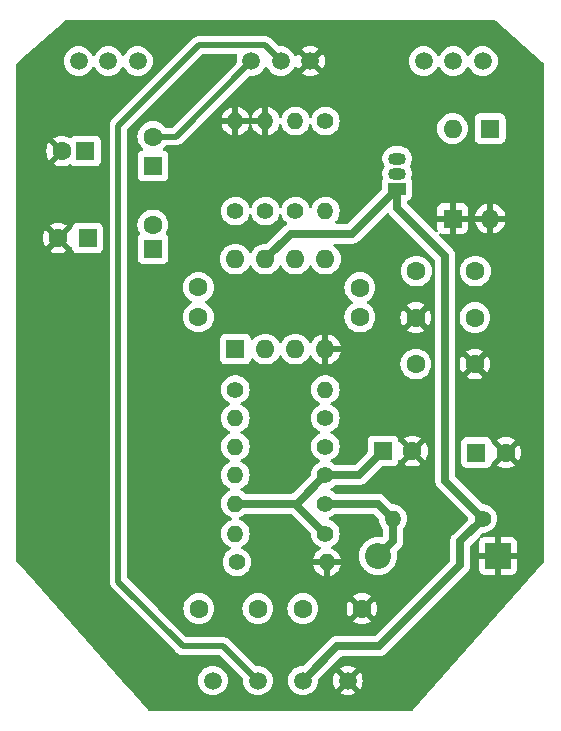
<source format=gbr>
%TF.GenerationSoftware,KiCad,Pcbnew,8.0.7*%
%TF.CreationDate,2025-03-23T16:44:47+13:00*%
%TF.ProjectId,ProCo Rat,50726f43-6f20-4526-9174-2e6b69636164,rev?*%
%TF.SameCoordinates,Original*%
%TF.FileFunction,Copper,L2,Bot*%
%TF.FilePolarity,Positive*%
%FSLAX46Y46*%
G04 Gerber Fmt 4.6, Leading zero omitted, Abs format (unit mm)*
G04 Created by KiCad (PCBNEW 8.0.7) date 2025-03-23 16:44:47*
%MOMM*%
%LPD*%
G01*
G04 APERTURE LIST*
%TA.AperFunction,ComponentPad*%
%ADD10C,1.400000*%
%TD*%
%TA.AperFunction,ComponentPad*%
%ADD11O,1.400000X1.400000*%
%TD*%
%TA.AperFunction,ComponentPad*%
%ADD12C,1.600000*%
%TD*%
%TA.AperFunction,ComponentPad*%
%ADD13R,2.200000X2.200000*%
%TD*%
%TA.AperFunction,ComponentPad*%
%ADD14O,2.200000X2.200000*%
%TD*%
%TA.AperFunction,ComponentPad*%
%ADD15C,1.500000*%
%TD*%
%TA.AperFunction,ComponentPad*%
%ADD16R,1.600000X1.600000*%
%TD*%
%TA.AperFunction,ComponentPad*%
%ADD17O,1.600000X1.600000*%
%TD*%
%TA.AperFunction,ComponentPad*%
%ADD18R,1.500000X1.050000*%
%TD*%
%TA.AperFunction,ComponentPad*%
%ADD19O,1.500000X1.050000*%
%TD*%
%TA.AperFunction,Conductor*%
%ADD20C,0.700000*%
%TD*%
%TA.AperFunction,Conductor*%
%ADD21C,0.500000*%
%TD*%
G04 APERTURE END LIST*
D10*
%TO.P,1K,1*%
%TO.N,Net-(C10-Pad2)*%
X140970000Y-58420000D03*
D11*
%TO.P,1K,2*%
%TO.N,Net-(D2-A)*%
X140970000Y-50800000D03*
%TD*%
D12*
%TO.P,22n,1*%
%TO.N,Net-(C11-Pad1)*%
X156210000Y-63500000D03*
%TO.P,22n,2*%
%TO.N,Net-(Q1-B)*%
X151210000Y-63500000D03*
%TD*%
%TO.P,3.3n,1*%
%TO.N,Net-(C11-Pad1)*%
X156170000Y-67437000D03*
%TO.P,3.3n,2*%
%TO.N,GND*%
X151170000Y-67437000D03*
%TD*%
D10*
%TO.P,100K,1*%
%TO.N,+4.5V*%
X143510000Y-85725000D03*
D11*
%TO.P,100K,2*%
%TO.N,Net-(C3-Pad1)*%
X135890000Y-85725000D03*
%TD*%
D12*
%TO.P,33p,1*%
%TO.N,Net-(C6-Pad1)*%
X132760000Y-67377000D03*
%TO.P,33p,2*%
%TO.N,Net-(C6-Pad2)*%
X132760000Y-64877000D03*
%TD*%
D13*
%TO.P,5817,1,K*%
%TO.N,GND*%
X158115000Y-87630000D03*
D14*
%TO.P,5817,2,A*%
%TO.N,Net-(D1-A)*%
X147955000Y-87630000D03*
%TD*%
D10*
%TO.P,1M,1*%
%TO.N,+4.5V*%
X143510000Y-80772000D03*
D11*
%TO.P,1M,2*%
%TO.N,Net-(C1-Pad2)*%
X135890000Y-80772000D03*
%TD*%
D15*
%TO.P,Volume,1,1*%
%TO.N,Net-(C13-Pad2)*%
X137240000Y-45720000D03*
%TO.P,Volume,2,2*%
%TO.N,Net-(H4-Pad1)*%
X139740000Y-45720000D03*
%TO.P,Volume,3,3*%
%TO.N,GND*%
X142240000Y-45720000D03*
%TD*%
D16*
%TO.P,100u,1*%
%TO.N,Net-(C3-Pad1)*%
X156297621Y-78867000D03*
D12*
%TO.P,100u,2*%
%TO.N,GND*%
X158797621Y-78867000D03*
%TD*%
D10*
%TO.P,1.5K,1*%
%TO.N,Net-(P2-Pad3)*%
X143510000Y-50800000D03*
D11*
%TO.P,1.5K,2*%
%TO.N,Net-(C11-Pad1)*%
X143510000Y-58420000D03*
%TD*%
D15*
%TO.P,9V,1,1*%
%TO.N,+9V*%
X141605000Y-98171000D03*
%TD*%
D12*
%TO.P,22n,1*%
%TO.N,Net-(C1-Pad1)*%
X137795000Y-92075000D03*
%TO.P,22n,2*%
%TO.N,Net-(C1-Pad2)*%
X132795000Y-92075000D03*
%TD*%
%TO.P,100n,1*%
%TO.N,Net-(C3-Pad1)*%
X141605000Y-92075000D03*
%TO.P,100n,2*%
%TO.N,GND*%
X146605000Y-92075000D03*
%TD*%
D16*
%TO.P,OP07,1,VOS*%
%TO.N,Net-(C6-Pad1)*%
X135890000Y-70104000D03*
D17*
%TO.P,OP07,2,-*%
%TO.N,Net-(U1--)*%
X138430000Y-70104000D03*
%TO.P,OP07,3,+*%
%TO.N,Net-(U1-+)*%
X140970000Y-70104000D03*
%TO.P,OP07,4,V-*%
%TO.N,GND*%
X143510000Y-70104000D03*
%TO.P,OP07,5,NC*%
%TO.N,unconnected-(U1-NC-Pad5)*%
X143510000Y-62484000D03*
%TO.P,OP07,6*%
%TO.N,Net-(C10-Pad1)*%
X140970000Y-62484000D03*
%TO.P,OP07,7,V+*%
%TO.N,+9V*%
X138430000Y-62484000D03*
%TO.P,OP07,8,VOS*%
%TO.N,Net-(C6-Pad2)*%
X135890000Y-62484000D03*
%TD*%
D12*
%TO.P,1n,1*%
%TO.N,GND*%
X156170000Y-71374000D03*
%TO.P,1n,2*%
%TO.N,Net-(U1-+)*%
X151170000Y-71374000D03*
%TD*%
D15*
%TO.P,Tone,1,1*%
%TO.N,Net-(D2-A)*%
X122635000Y-45720000D03*
%TO.P,Tone,2,2*%
X125135000Y-45720000D03*
%TO.P,Tone,3,3*%
%TO.N,Net-(P2-Pad3)*%
X127635000Y-45720000D03*
%TD*%
D16*
%TO.P,4.7u,1*%
%TO.N,Net-(C10-Pad1)*%
X128905000Y-61595000D03*
D12*
%TO.P,4.7u,2*%
%TO.N,Net-(C10-Pad2)*%
X128905000Y-59595000D03*
%TD*%
D10*
%TO.P,510R,1*%
%TO.N,Net-(U1--)*%
X143510000Y-75946000D03*
D11*
%TO.P,510R,2*%
%TO.N,Net-(C9-Pad1)*%
X135890000Y-75946000D03*
%TD*%
D16*
%TO.P,914,1,K*%
%TO.N,GND*%
X154284000Y-59055000D03*
D17*
%TO.P,914,2,A*%
%TO.N,Net-(D2-A)*%
X154284000Y-51435000D03*
%TD*%
D15*
%TO.P,In,1,1*%
%TO.N,Net-(C1-Pad1)*%
X133985000Y-98171000D03*
%TD*%
D12*
%TO.P,100p,1*%
%TO.N,Net-(C10-Pad1)*%
X146431000Y-64897000D03*
%TO.P,100p,2*%
%TO.N,Net-(U1--)*%
X146431000Y-67397000D03*
%TD*%
D15*
%TO.P,GND,1,1*%
%TO.N,GND*%
X145415000Y-98171000D03*
%TD*%
D10*
%TO.P,1M,1*%
%TO.N,Net-(Q1-B)*%
X138430000Y-58420000D03*
D11*
%TO.P,1M,2*%
%TO.N,GND*%
X138430000Y-50800000D03*
%TD*%
D10*
%TO.P,1K,1*%
%TO.N,Net-(C1-Pad2)*%
X135890000Y-73533000D03*
D11*
%TO.P,1K,2*%
%TO.N,Net-(U1-+)*%
X143510000Y-73533000D03*
%TD*%
D10*
%TO.P,10K,1*%
%TO.N,Net-(Q1-E)*%
X135890000Y-58420000D03*
D11*
%TO.P,10K,2*%
%TO.N,GND*%
X135890000Y-50800000D03*
%TD*%
D10*
%TO.P,100R,1*%
%TO.N,+9V*%
X156845000Y-84455000D03*
D11*
%TO.P,100R,2*%
%TO.N,Net-(D1-A)*%
X149225000Y-84455000D03*
%TD*%
D10*
%TO.P,51R,1*%
%TO.N,Net-(U1--)*%
X143510000Y-78359000D03*
D11*
%TO.P,51R,2*%
%TO.N,Net-(C8-Pad1)*%
X135890000Y-78359000D03*
%TD*%
D10*
%TO.P,100K,1*%
%TO.N,Net-(D1-A)*%
X143510000Y-83185000D03*
D11*
%TO.P,100K,2*%
%TO.N,+4.5V*%
X135890000Y-83185000D03*
%TD*%
D16*
%TO.P,914,1,K*%
%TO.N,Net-(D2-A)*%
X157459000Y-51435000D03*
D17*
%TO.P,914,2,A*%
%TO.N,GND*%
X157459000Y-59055000D03*
%TD*%
D15*
%TO.P,Gain,1,1*%
%TO.N,Net-(U1--)*%
X151845000Y-45720000D03*
%TO.P,Gain,2,2*%
X154345000Y-45720000D03*
%TO.P,Gain,3,3*%
%TO.N,Net-(C10-Pad1)*%
X156845000Y-45720000D03*
%TD*%
D10*
%TO.P,1M,1*%
%TO.N,Net-(C1-Pad1)*%
X136017000Y-88138000D03*
D11*
%TO.P,1M,2*%
%TO.N,GND*%
X143637000Y-88138000D03*
%TD*%
D16*
%TO.P,1u,1*%
%TO.N,+4.5V*%
X148376000Y-78740000D03*
D12*
%TO.P,1u,2*%
%TO.N,GND*%
X150876000Y-78740000D03*
%TD*%
D16*
%TO.P,4.7u,1*%
%TO.N,Net-(C9-Pad1)*%
X123190000Y-53340000D03*
D12*
%TO.P,4.7u,2*%
%TO.N,GND*%
X121190000Y-53340000D03*
%TD*%
D16*
%TO.P,1u,1*%
%TO.N,Net-(Q1-E)*%
X128905000Y-54610000D03*
D12*
%TO.P,1u,2*%
%TO.N,Net-(C13-Pad2)*%
X128905000Y-52110000D03*
%TD*%
D15*
%TO.P,Out,1,1*%
%TO.N,Net-(H4-Pad1)*%
X137795000Y-98171000D03*
%TD*%
D18*
%TO.P,5458,1,C*%
%TO.N,+9V*%
X149585000Y-56515000D03*
D19*
%TO.P,5458,2,B*%
%TO.N,Net-(Q1-B)*%
X149585000Y-55245000D03*
%TO.P,5458,3,E*%
%TO.N,Net-(Q1-E)*%
X149585000Y-53975000D03*
%TD*%
D16*
%TO.P,2.2u,1*%
%TO.N,Net-(C8-Pad1)*%
X123379113Y-60706000D03*
D12*
%TO.P,2.2u,2*%
%TO.N,GND*%
X120879113Y-60706000D03*
%TD*%
D20*
%TO.N,+4.5V*%
X146344000Y-80772000D02*
X148376000Y-78740000D01*
X135890000Y-83185000D02*
X140970000Y-83185000D01*
X140970000Y-83185000D02*
X143510000Y-85725000D01*
X141097000Y-83185000D02*
X143510000Y-80772000D01*
X143510000Y-80772000D02*
X146344000Y-80772000D01*
D21*
%TO.N,Net-(C13-Pad2)*%
X128905000Y-52110000D02*
X130850000Y-52110000D01*
X137240000Y-45720000D02*
X130850000Y-52110000D01*
D20*
%TO.N,Net-(D1-A)*%
X149225000Y-84455000D02*
X147955000Y-83185000D01*
X147955000Y-83185000D02*
X143510000Y-83185000D01*
X149225000Y-86360000D02*
X147955000Y-87630000D01*
X149225000Y-84455000D02*
X149225000Y-86360000D01*
%TO.N,+9V*%
X145775000Y-60325000D02*
X149585000Y-56515000D01*
X154940000Y-86360000D02*
X156845000Y-84455000D01*
X148082000Y-95250000D02*
X154940000Y-88392000D01*
X140589000Y-60325000D02*
X145775000Y-60325000D01*
X153670000Y-62230000D02*
X149585000Y-58145000D01*
X156845000Y-84455000D02*
X153670000Y-81280000D01*
X141605000Y-98171000D02*
X144526000Y-95250000D01*
X138430000Y-62484000D02*
X140589000Y-60325000D01*
X149585000Y-58145000D02*
X149585000Y-56515000D01*
X154940000Y-88392000D02*
X154940000Y-86360000D01*
X153670000Y-81280000D02*
X153670000Y-62230000D01*
X144526000Y-95250000D02*
X148082000Y-95250000D01*
D21*
%TO.N,Net-(H4-Pad1)*%
X125984000Y-51181000D02*
X132795000Y-44370000D01*
X131445000Y-95250000D02*
X125984000Y-89789000D01*
X137795000Y-98171000D02*
X134874000Y-95250000D01*
X125984000Y-89789000D02*
X125984000Y-51181000D01*
X132795000Y-44370000D02*
X138390000Y-44370000D01*
X134874000Y-95250000D02*
X131445000Y-95250000D01*
X138390000Y-44370000D02*
X139740000Y-45720000D01*
%TD*%
%TA.AperFunction,Conductor*%
%TO.N,GND*%
G36*
X157945240Y-42303185D02*
G01*
X157960414Y-42314672D01*
X161873240Y-45780318D01*
X162017716Y-45908282D01*
X162054850Y-45967467D01*
X162059500Y-46001107D01*
X162059500Y-88028873D01*
X162039815Y-88095912D01*
X162028479Y-88110914D01*
X152111134Y-99350575D01*
X150941164Y-100676541D01*
X150882049Y-100713786D01*
X150848184Y-100718500D01*
X128551816Y-100718500D01*
X128484777Y-100698815D01*
X128458836Y-100676541D01*
X127288866Y-99350575D01*
X126248062Y-98170997D01*
X132729723Y-98170997D01*
X132729723Y-98171002D01*
X132748793Y-98388975D01*
X132748793Y-98388979D01*
X132805422Y-98600322D01*
X132805424Y-98600326D01*
X132805425Y-98600330D01*
X132851661Y-98699484D01*
X132897897Y-98798638D01*
X132897898Y-98798639D01*
X133023402Y-98977877D01*
X133178123Y-99132598D01*
X133357361Y-99258102D01*
X133555670Y-99350575D01*
X133767023Y-99407207D01*
X133949926Y-99423208D01*
X133984998Y-99426277D01*
X133985000Y-99426277D01*
X133985002Y-99426277D01*
X134013254Y-99423805D01*
X134202977Y-99407207D01*
X134414330Y-99350575D01*
X134612639Y-99258102D01*
X134791877Y-99132598D01*
X134946598Y-98977877D01*
X135072102Y-98798639D01*
X135164575Y-98600330D01*
X135221207Y-98388977D01*
X135240277Y-98171000D01*
X135240178Y-98169873D01*
X135234313Y-98102834D01*
X135221207Y-97953023D01*
X135164575Y-97741670D01*
X135072102Y-97543362D01*
X135072100Y-97543359D01*
X135072099Y-97543357D01*
X134946599Y-97364124D01*
X134946596Y-97364121D01*
X134791877Y-97209402D01*
X134653978Y-97112844D01*
X134612638Y-97083897D01*
X134513484Y-97037661D01*
X134414330Y-96991425D01*
X134414326Y-96991424D01*
X134414322Y-96991422D01*
X134202977Y-96934793D01*
X133985002Y-96915723D01*
X133984998Y-96915723D01*
X133839682Y-96928436D01*
X133767023Y-96934793D01*
X133767020Y-96934793D01*
X133555677Y-96991422D01*
X133555668Y-96991426D01*
X133357361Y-97083898D01*
X133357357Y-97083900D01*
X133178121Y-97209402D01*
X133023402Y-97364121D01*
X132897900Y-97543357D01*
X132897898Y-97543361D01*
X132805426Y-97741668D01*
X132805422Y-97741677D01*
X132748793Y-97953020D01*
X132748793Y-97953024D01*
X132729723Y-98170997D01*
X126248062Y-98170997D01*
X118917407Y-89862920D01*
X125233499Y-89862920D01*
X125262340Y-90007907D01*
X125262343Y-90007917D01*
X125318914Y-90144492D01*
X125351812Y-90193727D01*
X125351813Y-90193730D01*
X125401046Y-90267414D01*
X125401052Y-90267421D01*
X130862049Y-95728416D01*
X130966584Y-95832951D01*
X130966585Y-95832952D01*
X131089498Y-95915080D01*
X131089511Y-95915087D01*
X131226082Y-95971656D01*
X131226087Y-95971658D01*
X131226091Y-95971658D01*
X131226092Y-95971659D01*
X131371079Y-96000500D01*
X131371082Y-96000500D01*
X134511770Y-96000500D01*
X134578809Y-96020185D01*
X134599451Y-96036819D01*
X136514435Y-97951803D01*
X136547920Y-98013126D01*
X136550282Y-98050290D01*
X136539723Y-98170997D01*
X136539723Y-98171002D01*
X136558793Y-98388975D01*
X136558793Y-98388979D01*
X136615422Y-98600322D01*
X136615424Y-98600326D01*
X136615425Y-98600330D01*
X136661661Y-98699484D01*
X136707897Y-98798638D01*
X136707898Y-98798639D01*
X136833402Y-98977877D01*
X136988123Y-99132598D01*
X137167361Y-99258102D01*
X137365670Y-99350575D01*
X137577023Y-99407207D01*
X137759926Y-99423208D01*
X137794998Y-99426277D01*
X137795000Y-99426277D01*
X137795002Y-99426277D01*
X137823254Y-99423805D01*
X138012977Y-99407207D01*
X138224330Y-99350575D01*
X138422639Y-99258102D01*
X138601877Y-99132598D01*
X138756598Y-98977877D01*
X138882102Y-98798639D01*
X138974575Y-98600330D01*
X139031207Y-98388977D01*
X139050277Y-98171000D01*
X139050178Y-98169873D01*
X139044313Y-98102834D01*
X139031207Y-97953023D01*
X138974575Y-97741670D01*
X138882102Y-97543362D01*
X138882100Y-97543359D01*
X138882099Y-97543357D01*
X138756599Y-97364124D01*
X138756596Y-97364121D01*
X138601877Y-97209402D01*
X138463978Y-97112844D01*
X138422638Y-97083897D01*
X138323484Y-97037661D01*
X138224330Y-96991425D01*
X138224326Y-96991424D01*
X138224322Y-96991422D01*
X138012977Y-96934793D01*
X137795002Y-96915723D01*
X137794997Y-96915723D01*
X137674290Y-96926282D01*
X137605790Y-96912515D01*
X137575803Y-96890435D01*
X135352421Y-94667052D01*
X135352414Y-94667046D01*
X135278729Y-94617812D01*
X135278729Y-94617813D01*
X135229491Y-94584913D01*
X135092917Y-94528343D01*
X135092907Y-94528340D01*
X134947920Y-94499500D01*
X134947918Y-94499500D01*
X131807229Y-94499500D01*
X131740190Y-94479815D01*
X131719548Y-94463181D01*
X129331365Y-92074998D01*
X131489532Y-92074998D01*
X131489532Y-92075001D01*
X131509364Y-92301686D01*
X131509366Y-92301697D01*
X131568258Y-92521488D01*
X131568261Y-92521497D01*
X131664431Y-92727732D01*
X131664432Y-92727734D01*
X131794954Y-92914141D01*
X131955858Y-93075045D01*
X131955861Y-93075047D01*
X132142266Y-93205568D01*
X132348504Y-93301739D01*
X132568308Y-93360635D01*
X132730230Y-93374801D01*
X132794998Y-93380468D01*
X132795000Y-93380468D01*
X132795002Y-93380468D01*
X132851673Y-93375509D01*
X133021692Y-93360635D01*
X133241496Y-93301739D01*
X133447734Y-93205568D01*
X133634139Y-93075047D01*
X133795047Y-92914139D01*
X133925568Y-92727734D01*
X134021739Y-92521496D01*
X134080635Y-92301692D01*
X134100468Y-92075000D01*
X134100468Y-92074998D01*
X136489532Y-92074998D01*
X136489532Y-92075001D01*
X136509364Y-92301686D01*
X136509366Y-92301697D01*
X136568258Y-92521488D01*
X136568261Y-92521497D01*
X136664431Y-92727732D01*
X136664432Y-92727734D01*
X136794954Y-92914141D01*
X136955858Y-93075045D01*
X136955861Y-93075047D01*
X137142266Y-93205568D01*
X137348504Y-93301739D01*
X137568308Y-93360635D01*
X137730230Y-93374801D01*
X137794998Y-93380468D01*
X137795000Y-93380468D01*
X137795002Y-93380468D01*
X137851673Y-93375509D01*
X138021692Y-93360635D01*
X138241496Y-93301739D01*
X138447734Y-93205568D01*
X138634139Y-93075047D01*
X138795047Y-92914139D01*
X138925568Y-92727734D01*
X139021739Y-92521496D01*
X139080635Y-92301692D01*
X139100468Y-92075000D01*
X139100468Y-92074998D01*
X140299532Y-92074998D01*
X140299532Y-92075001D01*
X140319364Y-92301686D01*
X140319366Y-92301697D01*
X140378258Y-92521488D01*
X140378261Y-92521497D01*
X140474431Y-92727732D01*
X140474432Y-92727734D01*
X140604954Y-92914141D01*
X140765858Y-93075045D01*
X140765861Y-93075047D01*
X140952266Y-93205568D01*
X141158504Y-93301739D01*
X141378308Y-93360635D01*
X141540230Y-93374801D01*
X141604998Y-93380468D01*
X141605000Y-93380468D01*
X141605002Y-93380468D01*
X141661673Y-93375509D01*
X141831692Y-93360635D01*
X142051496Y-93301739D01*
X142257734Y-93205568D01*
X142444139Y-93075047D01*
X142605047Y-92914139D01*
X142735568Y-92727734D01*
X142831739Y-92521496D01*
X142890635Y-92301692D01*
X142910468Y-92075000D01*
X142910468Y-92074997D01*
X145300034Y-92074997D01*
X145300034Y-92075002D01*
X145319858Y-92301599D01*
X145319860Y-92301610D01*
X145378730Y-92521317D01*
X145378735Y-92521331D01*
X145474863Y-92727478D01*
X145525974Y-92800472D01*
X146205000Y-92121446D01*
X146205000Y-92127661D01*
X146232259Y-92229394D01*
X146284920Y-92320606D01*
X146359394Y-92395080D01*
X146450606Y-92447741D01*
X146552339Y-92475000D01*
X146558553Y-92475000D01*
X145879526Y-93154025D01*
X145952513Y-93205132D01*
X145952521Y-93205136D01*
X146158668Y-93301264D01*
X146158682Y-93301269D01*
X146378389Y-93360139D01*
X146378400Y-93360141D01*
X146604998Y-93379966D01*
X146605002Y-93379966D01*
X146831599Y-93360141D01*
X146831610Y-93360139D01*
X147051317Y-93301269D01*
X147051331Y-93301264D01*
X147257478Y-93205136D01*
X147330471Y-93154024D01*
X146651447Y-92475000D01*
X146657661Y-92475000D01*
X146759394Y-92447741D01*
X146850606Y-92395080D01*
X146925080Y-92320606D01*
X146977741Y-92229394D01*
X147005000Y-92127661D01*
X147005000Y-92121447D01*
X147684024Y-92800471D01*
X147735136Y-92727478D01*
X147831264Y-92521331D01*
X147831269Y-92521317D01*
X147890139Y-92301610D01*
X147890141Y-92301599D01*
X147909966Y-92075002D01*
X147909966Y-92074997D01*
X147890141Y-91848400D01*
X147890139Y-91848389D01*
X147831269Y-91628682D01*
X147831264Y-91628668D01*
X147735136Y-91422521D01*
X147735132Y-91422513D01*
X147684025Y-91349526D01*
X147005000Y-92028551D01*
X147005000Y-92022339D01*
X146977741Y-91920606D01*
X146925080Y-91829394D01*
X146850606Y-91754920D01*
X146759394Y-91702259D01*
X146657661Y-91675000D01*
X146651445Y-91675000D01*
X147330472Y-90995974D01*
X147257478Y-90944863D01*
X147051331Y-90848735D01*
X147051317Y-90848730D01*
X146831610Y-90789860D01*
X146831599Y-90789858D01*
X146605002Y-90770034D01*
X146604998Y-90770034D01*
X146378400Y-90789858D01*
X146378389Y-90789860D01*
X146158682Y-90848730D01*
X146158673Y-90848734D01*
X145952516Y-90944866D01*
X145952512Y-90944868D01*
X145879526Y-90995973D01*
X145879526Y-90995974D01*
X146558553Y-91675000D01*
X146552339Y-91675000D01*
X146450606Y-91702259D01*
X146359394Y-91754920D01*
X146284920Y-91829394D01*
X146232259Y-91920606D01*
X146205000Y-92022339D01*
X146205000Y-92028552D01*
X145525974Y-91349526D01*
X145525973Y-91349526D01*
X145474868Y-91422512D01*
X145474866Y-91422516D01*
X145378734Y-91628673D01*
X145378730Y-91628682D01*
X145319860Y-91848389D01*
X145319858Y-91848400D01*
X145300034Y-92074997D01*
X142910468Y-92074997D01*
X142890635Y-91848308D01*
X142831739Y-91628504D01*
X142735568Y-91422266D01*
X142605047Y-91235861D01*
X142605045Y-91235858D01*
X142444141Y-91074954D01*
X142257734Y-90944432D01*
X142257732Y-90944431D01*
X142051497Y-90848261D01*
X142051488Y-90848258D01*
X141831697Y-90789366D01*
X141831693Y-90789365D01*
X141831692Y-90789365D01*
X141831691Y-90789364D01*
X141831686Y-90789364D01*
X141605002Y-90769532D01*
X141604998Y-90769532D01*
X141378313Y-90789364D01*
X141378302Y-90789366D01*
X141158511Y-90848258D01*
X141158502Y-90848261D01*
X140952267Y-90944431D01*
X140952265Y-90944432D01*
X140765858Y-91074954D01*
X140604954Y-91235858D01*
X140474432Y-91422265D01*
X140474431Y-91422267D01*
X140378261Y-91628502D01*
X140378258Y-91628511D01*
X140319366Y-91848302D01*
X140319364Y-91848313D01*
X140299532Y-92074998D01*
X139100468Y-92074998D01*
X139080635Y-91848308D01*
X139021739Y-91628504D01*
X138925568Y-91422266D01*
X138795047Y-91235861D01*
X138795045Y-91235858D01*
X138634141Y-91074954D01*
X138447734Y-90944432D01*
X138447732Y-90944431D01*
X138241497Y-90848261D01*
X138241488Y-90848258D01*
X138021697Y-90789366D01*
X138021693Y-90789365D01*
X138021692Y-90789365D01*
X138021691Y-90789364D01*
X138021686Y-90789364D01*
X137795002Y-90769532D01*
X137794998Y-90769532D01*
X137568313Y-90789364D01*
X137568302Y-90789366D01*
X137348511Y-90848258D01*
X137348502Y-90848261D01*
X137142267Y-90944431D01*
X137142265Y-90944432D01*
X136955858Y-91074954D01*
X136794954Y-91235858D01*
X136664432Y-91422265D01*
X136664431Y-91422267D01*
X136568261Y-91628502D01*
X136568258Y-91628511D01*
X136509366Y-91848302D01*
X136509364Y-91848313D01*
X136489532Y-92074998D01*
X134100468Y-92074998D01*
X134080635Y-91848308D01*
X134021739Y-91628504D01*
X133925568Y-91422266D01*
X133795047Y-91235861D01*
X133795045Y-91235858D01*
X133634141Y-91074954D01*
X133447734Y-90944432D01*
X133447732Y-90944431D01*
X133241497Y-90848261D01*
X133241488Y-90848258D01*
X133021697Y-90789366D01*
X133021693Y-90789365D01*
X133021692Y-90789365D01*
X133021691Y-90789364D01*
X133021686Y-90789364D01*
X132795002Y-90769532D01*
X132794998Y-90769532D01*
X132568313Y-90789364D01*
X132568302Y-90789366D01*
X132348511Y-90848258D01*
X132348502Y-90848261D01*
X132142267Y-90944431D01*
X132142265Y-90944432D01*
X131955858Y-91074954D01*
X131794954Y-91235858D01*
X131664432Y-91422265D01*
X131664431Y-91422267D01*
X131568261Y-91628502D01*
X131568258Y-91628511D01*
X131509366Y-91848302D01*
X131509364Y-91848313D01*
X131489532Y-92074998D01*
X129331365Y-92074998D01*
X126770819Y-89514451D01*
X126737334Y-89453128D01*
X126734500Y-89426770D01*
X126734500Y-73532999D01*
X134684357Y-73532999D01*
X134684357Y-73533000D01*
X134704884Y-73754535D01*
X134704885Y-73754537D01*
X134765769Y-73968523D01*
X134765775Y-73968538D01*
X134864938Y-74167683D01*
X134864943Y-74167691D01*
X134999020Y-74345238D01*
X135163437Y-74495123D01*
X135163439Y-74495125D01*
X135352595Y-74612245D01*
X135352601Y-74612248D01*
X135382609Y-74623873D01*
X135438011Y-74666446D01*
X135461601Y-74732213D01*
X135445890Y-74800293D01*
X135395866Y-74849072D01*
X135382609Y-74855127D01*
X135352601Y-74866751D01*
X135352595Y-74866754D01*
X135163439Y-74983874D01*
X135163437Y-74983876D01*
X134999020Y-75133761D01*
X134864943Y-75311308D01*
X134864938Y-75311316D01*
X134765775Y-75510461D01*
X134765769Y-75510476D01*
X134704885Y-75724462D01*
X134704884Y-75724464D01*
X134684357Y-75945999D01*
X134684357Y-75946000D01*
X134704884Y-76167535D01*
X134704885Y-76167537D01*
X134765769Y-76381523D01*
X134765775Y-76381538D01*
X134864938Y-76580683D01*
X134864943Y-76580691D01*
X134999020Y-76758238D01*
X135163437Y-76908123D01*
X135163439Y-76908125D01*
X135352595Y-77025245D01*
X135352601Y-77025248D01*
X135382609Y-77036873D01*
X135438011Y-77079446D01*
X135461601Y-77145213D01*
X135445890Y-77213293D01*
X135395866Y-77262072D01*
X135382609Y-77268127D01*
X135352601Y-77279751D01*
X135352595Y-77279754D01*
X135163439Y-77396874D01*
X135163437Y-77396876D01*
X134999020Y-77546761D01*
X134864943Y-77724308D01*
X134864938Y-77724316D01*
X134765775Y-77923461D01*
X134765769Y-77923476D01*
X134704885Y-78137462D01*
X134704884Y-78137464D01*
X134684357Y-78358999D01*
X134684357Y-78359000D01*
X134704884Y-78580535D01*
X134704885Y-78580537D01*
X134765769Y-78794523D01*
X134765775Y-78794538D01*
X134864938Y-78993683D01*
X134864943Y-78993691D01*
X134999020Y-79171238D01*
X135163437Y-79321123D01*
X135163439Y-79321125D01*
X135352595Y-79438245D01*
X135352601Y-79438248D01*
X135382609Y-79449873D01*
X135438011Y-79492446D01*
X135461601Y-79558213D01*
X135445890Y-79626293D01*
X135395866Y-79675072D01*
X135382609Y-79681127D01*
X135352601Y-79692751D01*
X135352595Y-79692754D01*
X135163439Y-79809874D01*
X135163437Y-79809876D01*
X134999020Y-79959761D01*
X134864943Y-80137308D01*
X134864938Y-80137316D01*
X134765775Y-80336461D01*
X134765769Y-80336476D01*
X134704885Y-80550462D01*
X134704884Y-80550464D01*
X134684357Y-80771999D01*
X134684357Y-80772000D01*
X134704884Y-80993535D01*
X134704885Y-80993537D01*
X134765769Y-81207523D01*
X134765775Y-81207538D01*
X134864938Y-81406683D01*
X134864943Y-81406691D01*
X134999020Y-81584238D01*
X135163437Y-81734123D01*
X135163439Y-81734125D01*
X135352595Y-81851245D01*
X135352601Y-81851248D01*
X135382609Y-81862873D01*
X135438011Y-81905446D01*
X135461601Y-81971213D01*
X135445890Y-82039293D01*
X135395866Y-82088072D01*
X135382609Y-82094127D01*
X135352601Y-82105751D01*
X135352595Y-82105754D01*
X135163439Y-82222874D01*
X135163437Y-82222876D01*
X134999020Y-82372761D01*
X134864943Y-82550308D01*
X134864938Y-82550316D01*
X134765775Y-82749461D01*
X134765769Y-82749476D01*
X134704885Y-82963462D01*
X134704884Y-82963464D01*
X134684357Y-83184999D01*
X134684357Y-83185000D01*
X134704884Y-83406535D01*
X134704885Y-83406537D01*
X134765769Y-83620523D01*
X134765775Y-83620538D01*
X134864938Y-83819683D01*
X134864943Y-83819691D01*
X134999020Y-83997238D01*
X135163437Y-84147123D01*
X135163439Y-84147125D01*
X135352595Y-84264245D01*
X135352596Y-84264245D01*
X135352599Y-84264247D01*
X135546524Y-84339374D01*
X135601924Y-84381946D01*
X135625515Y-84447713D01*
X135609804Y-84515793D01*
X135559780Y-84564572D01*
X135546533Y-84570622D01*
X135398488Y-84627975D01*
X135352601Y-84645752D01*
X135352595Y-84645754D01*
X135163439Y-84762874D01*
X135163437Y-84762876D01*
X134999020Y-84912761D01*
X134864943Y-85090308D01*
X134864938Y-85090316D01*
X134765775Y-85289461D01*
X134765769Y-85289476D01*
X134704885Y-85503462D01*
X134704884Y-85503464D01*
X134684357Y-85724999D01*
X134684357Y-85725000D01*
X134704884Y-85946535D01*
X134704885Y-85946537D01*
X134765769Y-86160523D01*
X134765775Y-86160538D01*
X134864938Y-86359683D01*
X134864943Y-86359691D01*
X134999018Y-86537235D01*
X134999019Y-86537237D01*
X135163437Y-86687123D01*
X135163439Y-86687125D01*
X135352595Y-86804245D01*
X135352597Y-86804246D01*
X135352599Y-86804247D01*
X135451354Y-86842505D01*
X135506755Y-86885076D01*
X135530346Y-86950843D01*
X135514635Y-87018924D01*
X135471838Y-87063558D01*
X135290436Y-87175877D01*
X135126020Y-87325761D01*
X134991943Y-87503308D01*
X134991938Y-87503316D01*
X134892775Y-87702461D01*
X134892769Y-87702476D01*
X134831885Y-87916462D01*
X134831884Y-87916464D01*
X134811357Y-88137999D01*
X134811357Y-88138000D01*
X134831884Y-88359535D01*
X134831885Y-88359537D01*
X134892769Y-88573523D01*
X134892775Y-88573538D01*
X134991938Y-88772683D01*
X134991943Y-88772691D01*
X135126020Y-88950238D01*
X135290437Y-89100123D01*
X135290439Y-89100125D01*
X135479595Y-89217245D01*
X135479596Y-89217245D01*
X135479599Y-89217247D01*
X135687060Y-89297618D01*
X135905757Y-89338500D01*
X135905759Y-89338500D01*
X136128241Y-89338500D01*
X136128243Y-89338500D01*
X136346940Y-89297618D01*
X136554401Y-89217247D01*
X136743562Y-89100124D01*
X136907981Y-88950236D01*
X137042058Y-88772689D01*
X137141229Y-88573528D01*
X137194016Y-88388000D01*
X142460505Y-88388000D01*
X142513239Y-88573349D01*
X142612368Y-88772425D01*
X142746391Y-88949900D01*
X142910738Y-89099721D01*
X143099820Y-89216797D01*
X143099822Y-89216798D01*
X143307195Y-89297135D01*
X143387000Y-89312052D01*
X143887000Y-89312052D01*
X143966804Y-89297135D01*
X144174177Y-89216798D01*
X144174179Y-89216797D01*
X144363261Y-89099721D01*
X144527608Y-88949900D01*
X144661631Y-88772425D01*
X144760760Y-88573349D01*
X144813495Y-88388000D01*
X143887000Y-88388000D01*
X143887000Y-89312052D01*
X143387000Y-89312052D01*
X143387000Y-88388000D01*
X142460505Y-88388000D01*
X137194016Y-88388000D01*
X137202115Y-88359536D01*
X137222643Y-88138000D01*
X137202115Y-87916464D01*
X137141229Y-87702472D01*
X137141198Y-87702409D01*
X137042061Y-87503316D01*
X137042056Y-87503308D01*
X136907979Y-87325761D01*
X136743562Y-87175876D01*
X136743560Y-87175874D01*
X136554404Y-87058754D01*
X136554398Y-87058752D01*
X136455644Y-87020494D01*
X136400244Y-86977922D01*
X136376653Y-86912155D01*
X136392364Y-86844075D01*
X136435160Y-86799442D01*
X136616562Y-86687124D01*
X136780981Y-86537236D01*
X136915058Y-86359689D01*
X137014229Y-86160528D01*
X137075115Y-85946536D01*
X137095643Y-85725000D01*
X137075115Y-85503464D01*
X137014229Y-85289472D01*
X137014224Y-85289461D01*
X136915061Y-85090316D01*
X136915056Y-85090308D01*
X136780979Y-84912761D01*
X136616562Y-84762876D01*
X136616560Y-84762874D01*
X136427404Y-84645754D01*
X136427395Y-84645750D01*
X136333956Y-84609552D01*
X136233475Y-84570625D01*
X136178075Y-84528054D01*
X136154484Y-84462288D01*
X136170195Y-84394207D01*
X136220219Y-84345428D01*
X136233466Y-84339377D01*
X136427401Y-84264247D01*
X136616562Y-84147124D01*
X136656049Y-84111125D01*
X136703508Y-84067863D01*
X136766312Y-84037246D01*
X136787046Y-84035500D01*
X140566349Y-84035500D01*
X140633388Y-84055185D01*
X140654030Y-84071819D01*
X142272406Y-85690194D01*
X142305891Y-85751517D01*
X142308196Y-85766434D01*
X142324884Y-85946535D01*
X142324885Y-85946537D01*
X142385769Y-86160523D01*
X142385775Y-86160538D01*
X142484938Y-86359683D01*
X142484943Y-86359691D01*
X142619018Y-86537235D01*
X142619019Y-86537237D01*
X142783437Y-86687123D01*
X142783439Y-86687125D01*
X142972595Y-86804245D01*
X142972597Y-86804246D01*
X142972599Y-86804247D01*
X143071937Y-86842730D01*
X143127338Y-86885303D01*
X143150929Y-86951069D01*
X143135218Y-87019150D01*
X143092421Y-87063784D01*
X142910738Y-87176278D01*
X142746391Y-87326099D01*
X142612368Y-87503574D01*
X142513239Y-87702650D01*
X142460505Y-87888000D01*
X143392025Y-87888000D01*
X143356930Y-87923095D01*
X143310852Y-88002905D01*
X143287000Y-88091922D01*
X143287000Y-88184078D01*
X143310852Y-88273095D01*
X143356930Y-88352905D01*
X143422095Y-88418070D01*
X143501905Y-88464148D01*
X143590922Y-88488000D01*
X143683078Y-88488000D01*
X143772095Y-88464148D01*
X143851905Y-88418070D01*
X143917070Y-88352905D01*
X143963148Y-88273095D01*
X143987000Y-88184078D01*
X143987000Y-88091922D01*
X143963148Y-88002905D01*
X143917070Y-87923095D01*
X143881975Y-87888000D01*
X144813495Y-87888000D01*
X144760760Y-87702650D01*
X144661631Y-87503574D01*
X144527608Y-87326099D01*
X144363261Y-87176278D01*
X144174179Y-87059202D01*
X144174168Y-87059197D01*
X144075114Y-87020823D01*
X144019712Y-86978251D01*
X143996122Y-86912484D01*
X144011833Y-86844403D01*
X144054630Y-86799770D01*
X144236562Y-86687124D01*
X144400981Y-86537236D01*
X144535058Y-86359689D01*
X144634229Y-86160528D01*
X144695115Y-85946536D01*
X144715643Y-85725000D01*
X144695115Y-85503464D01*
X144634229Y-85289472D01*
X144634224Y-85289461D01*
X144535061Y-85090316D01*
X144535056Y-85090308D01*
X144400979Y-84912761D01*
X144236562Y-84762876D01*
X144236560Y-84762874D01*
X144047404Y-84645754D01*
X144047395Y-84645750D01*
X143953956Y-84609552D01*
X143853475Y-84570625D01*
X143798075Y-84528054D01*
X143774484Y-84462288D01*
X143790195Y-84394207D01*
X143840219Y-84345428D01*
X143853466Y-84339377D01*
X144047401Y-84264247D01*
X144236562Y-84147124D01*
X144276049Y-84111125D01*
X144323508Y-84067863D01*
X144386312Y-84037246D01*
X144407046Y-84035500D01*
X147551349Y-84035500D01*
X147618388Y-84055185D01*
X147639030Y-84071819D01*
X147987406Y-84420194D01*
X148020891Y-84481517D01*
X148023196Y-84496434D01*
X148039884Y-84676535D01*
X148039885Y-84676537D01*
X148100769Y-84890523D01*
X148100775Y-84890538D01*
X148199938Y-85089683D01*
X148199943Y-85089691D01*
X148334018Y-85267235D01*
X148334028Y-85267244D01*
X148334032Y-85267250D01*
X148337882Y-85271474D01*
X148337056Y-85272226D01*
X148370316Y-85326951D01*
X148374500Y-85358890D01*
X148374500Y-85927441D01*
X148354815Y-85994480D01*
X148302011Y-86040235D01*
X148232853Y-86050179D01*
X148221558Y-86048016D01*
X148206150Y-86044317D01*
X148206140Y-86044316D01*
X147955000Y-86024551D01*
X147703848Y-86044317D01*
X147458889Y-86103126D01*
X147226140Y-86199533D01*
X147011346Y-86331160D01*
X147011343Y-86331161D01*
X146819776Y-86494776D01*
X146656161Y-86686343D01*
X146656160Y-86686346D01*
X146524533Y-86901140D01*
X146428126Y-87133889D01*
X146369317Y-87378848D01*
X146349551Y-87630000D01*
X146369317Y-87881151D01*
X146428126Y-88126110D01*
X146524533Y-88358859D01*
X146656160Y-88573653D01*
X146656161Y-88573656D01*
X146656164Y-88573659D01*
X146819776Y-88765224D01*
X146904259Y-88837379D01*
X147011343Y-88928838D01*
X147011346Y-88928839D01*
X147226140Y-89060466D01*
X147458889Y-89156873D01*
X147703852Y-89215683D01*
X147955000Y-89235449D01*
X148206148Y-89215683D01*
X148451111Y-89156873D01*
X148683859Y-89060466D01*
X148898659Y-88928836D01*
X149090224Y-88765224D01*
X149253836Y-88573659D01*
X149385466Y-88358859D01*
X149481873Y-88126111D01*
X149540683Y-87881148D01*
X149560449Y-87630000D01*
X149540683Y-87378852D01*
X149531388Y-87340135D01*
X149534877Y-87270354D01*
X149564276Y-87223511D01*
X149885626Y-86902162D01*
X149978704Y-86762863D01*
X150042816Y-86608082D01*
X150056908Y-86537236D01*
X150075500Y-86443767D01*
X150075500Y-85358890D01*
X150095185Y-85291851D01*
X150112276Y-85271618D01*
X150112118Y-85271474D01*
X150115945Y-85267275D01*
X150115972Y-85267244D01*
X150115981Y-85267236D01*
X150250058Y-85089689D01*
X150349229Y-84890528D01*
X150410115Y-84676536D01*
X150430643Y-84455000D01*
X150410115Y-84233464D01*
X150349229Y-84019472D01*
X150338157Y-83997236D01*
X150250061Y-83820316D01*
X150250056Y-83820308D01*
X150115979Y-83642761D01*
X149951562Y-83492876D01*
X149951560Y-83492874D01*
X149762404Y-83375754D01*
X149762398Y-83375752D01*
X149554940Y-83295382D01*
X149336243Y-83254500D01*
X149336241Y-83254500D01*
X149278650Y-83254500D01*
X149211611Y-83234815D01*
X149190969Y-83218181D01*
X148497165Y-82524375D01*
X148497161Y-82524372D01*
X148357866Y-82431297D01*
X148357863Y-82431296D01*
X148248416Y-82385962D01*
X148248414Y-82385961D01*
X148203086Y-82367185D01*
X148203074Y-82367182D01*
X148038771Y-82334500D01*
X148038767Y-82334500D01*
X144407046Y-82334500D01*
X144340007Y-82314815D01*
X144323508Y-82302137D01*
X144236562Y-82222876D01*
X144236560Y-82222874D01*
X144047404Y-82105754D01*
X144047395Y-82105750D01*
X144017391Y-82094127D01*
X143961989Y-82051555D01*
X143938398Y-81985788D01*
X143954109Y-81917708D01*
X144004132Y-81868928D01*
X144017391Y-81862873D01*
X144020534Y-81861655D01*
X144047401Y-81851247D01*
X144236562Y-81734124D01*
X144292789Y-81682866D01*
X144323508Y-81654863D01*
X144386312Y-81624246D01*
X144407046Y-81622500D01*
X146427768Y-81622500D01*
X146427769Y-81622499D01*
X146482538Y-81611605D01*
X146592074Y-81589818D01*
X146592078Y-81589816D01*
X146592082Y-81589816D01*
X146637415Y-81571037D01*
X146746863Y-81525704D01*
X146886162Y-81432627D01*
X148241970Y-80076817D01*
X148303293Y-80043333D01*
X148329651Y-80040499D01*
X149223871Y-80040499D01*
X149223872Y-80040499D01*
X149283483Y-80034091D01*
X149418331Y-79983796D01*
X149533546Y-79897546D01*
X149619796Y-79782331D01*
X149670091Y-79647483D01*
X149676500Y-79587873D01*
X149676499Y-79587845D01*
X149676678Y-79584547D01*
X149678183Y-79584627D01*
X149696112Y-79523326D01*
X149748868Y-79477514D01*
X149792465Y-79469981D01*
X150476000Y-78786446D01*
X150476000Y-78792661D01*
X150503259Y-78894394D01*
X150555920Y-78985606D01*
X150630394Y-79060080D01*
X150721606Y-79112741D01*
X150823339Y-79140000D01*
X150829553Y-79140000D01*
X150150526Y-79819025D01*
X150223513Y-79870132D01*
X150223521Y-79870136D01*
X150429668Y-79966264D01*
X150429682Y-79966269D01*
X150649389Y-80025139D01*
X150649400Y-80025141D01*
X150875998Y-80044966D01*
X150876002Y-80044966D01*
X151102599Y-80025141D01*
X151102610Y-80025139D01*
X151322317Y-79966269D01*
X151322331Y-79966264D01*
X151528478Y-79870136D01*
X151601471Y-79819024D01*
X150922447Y-79140000D01*
X150928661Y-79140000D01*
X151030394Y-79112741D01*
X151121606Y-79060080D01*
X151196080Y-78985606D01*
X151248741Y-78894394D01*
X151276000Y-78792661D01*
X151276000Y-78786447D01*
X151955024Y-79465471D01*
X152006136Y-79392478D01*
X152102264Y-79186331D01*
X152102269Y-79186317D01*
X152161139Y-78966610D01*
X152161141Y-78966599D01*
X152180966Y-78740002D01*
X152180966Y-78739997D01*
X152161141Y-78513400D01*
X152161139Y-78513389D01*
X152102269Y-78293682D01*
X152102264Y-78293668D01*
X152006136Y-78087521D01*
X152006132Y-78087513D01*
X151955025Y-78014526D01*
X151276000Y-78693551D01*
X151276000Y-78687339D01*
X151248741Y-78585606D01*
X151196080Y-78494394D01*
X151121606Y-78419920D01*
X151030394Y-78367259D01*
X150928661Y-78340000D01*
X150922445Y-78340000D01*
X151601472Y-77660974D01*
X151528478Y-77609863D01*
X151322331Y-77513735D01*
X151322317Y-77513730D01*
X151102610Y-77454860D01*
X151102599Y-77454858D01*
X150876002Y-77435034D01*
X150875998Y-77435034D01*
X150649400Y-77454858D01*
X150649389Y-77454860D01*
X150429682Y-77513730D01*
X150429673Y-77513734D01*
X150223516Y-77609866D01*
X150223512Y-77609868D01*
X150150526Y-77660973D01*
X150150526Y-77660974D01*
X150829553Y-78340000D01*
X150823339Y-78340000D01*
X150721606Y-78367259D01*
X150630394Y-78419920D01*
X150555920Y-78494394D01*
X150503259Y-78585606D01*
X150476000Y-78687339D01*
X150476000Y-78693552D01*
X149791799Y-78009351D01*
X149742805Y-77999505D01*
X149692622Y-77950889D01*
X149677981Y-77895366D01*
X149676900Y-77895423D01*
X149676854Y-77895429D01*
X149676853Y-77895426D01*
X149676676Y-77895436D01*
X149676499Y-77892135D01*
X149676499Y-77892128D01*
X149670091Y-77832517D01*
X149653477Y-77787973D01*
X149619797Y-77697671D01*
X149619793Y-77697664D01*
X149533547Y-77582455D01*
X149533544Y-77582452D01*
X149418335Y-77496206D01*
X149418328Y-77496202D01*
X149283482Y-77445908D01*
X149283483Y-77445908D01*
X149223883Y-77439501D01*
X149223881Y-77439500D01*
X149223873Y-77439500D01*
X149223864Y-77439500D01*
X147528129Y-77439500D01*
X147528123Y-77439501D01*
X147468516Y-77445908D01*
X147333671Y-77496202D01*
X147333664Y-77496206D01*
X147218455Y-77582452D01*
X147218452Y-77582455D01*
X147132206Y-77697664D01*
X147132202Y-77697671D01*
X147081908Y-77832517D01*
X147075501Y-77892116D01*
X147075501Y-77892123D01*
X147075500Y-77892135D01*
X147075500Y-78786348D01*
X147055815Y-78853387D01*
X147039181Y-78874029D01*
X146028030Y-79885181D01*
X145966707Y-79918666D01*
X145940349Y-79921500D01*
X144407046Y-79921500D01*
X144340007Y-79901815D01*
X144323508Y-79889137D01*
X144236562Y-79809876D01*
X144236560Y-79809874D01*
X144047404Y-79692754D01*
X144047395Y-79692750D01*
X144017391Y-79681127D01*
X143961989Y-79638555D01*
X143938398Y-79572788D01*
X143954109Y-79504708D01*
X144004132Y-79455928D01*
X144017391Y-79449873D01*
X144020534Y-79448655D01*
X144047401Y-79438247D01*
X144236562Y-79321124D01*
X144400981Y-79171236D01*
X144535058Y-78993689D01*
X144634229Y-78794528D01*
X144695115Y-78580536D01*
X144715643Y-78359000D01*
X144713882Y-78340000D01*
X144695115Y-78137464D01*
X144695114Y-78137462D01*
X144691996Y-78126505D01*
X144634229Y-77923472D01*
X144620269Y-77895436D01*
X144535061Y-77724316D01*
X144535056Y-77724308D01*
X144400979Y-77546761D01*
X144236562Y-77396876D01*
X144236560Y-77396874D01*
X144047404Y-77279754D01*
X144047395Y-77279750D01*
X144017391Y-77268127D01*
X143961989Y-77225555D01*
X143938398Y-77159788D01*
X143954109Y-77091708D01*
X144004132Y-77042928D01*
X144017391Y-77036873D01*
X144020534Y-77035655D01*
X144047401Y-77025247D01*
X144236562Y-76908124D01*
X144400981Y-76758236D01*
X144535058Y-76580689D01*
X144634229Y-76381528D01*
X144695115Y-76167536D01*
X144715643Y-75946000D01*
X144695115Y-75724464D01*
X144634229Y-75510472D01*
X144634224Y-75510461D01*
X144535061Y-75311316D01*
X144535056Y-75311308D01*
X144400979Y-75133761D01*
X144236562Y-74983876D01*
X144236560Y-74983874D01*
X144047404Y-74866754D01*
X144047395Y-74866750D01*
X144017391Y-74855127D01*
X143961989Y-74812555D01*
X143938398Y-74746788D01*
X143954109Y-74678708D01*
X144004132Y-74629928D01*
X144017391Y-74623873D01*
X144020534Y-74622655D01*
X144047401Y-74612247D01*
X144236562Y-74495124D01*
X144400981Y-74345236D01*
X144535058Y-74167689D01*
X144634229Y-73968528D01*
X144695115Y-73754536D01*
X144715643Y-73533000D01*
X144695115Y-73311464D01*
X144634229Y-73097472D01*
X144634224Y-73097461D01*
X144535061Y-72898316D01*
X144535056Y-72898308D01*
X144400979Y-72720761D01*
X144236562Y-72570876D01*
X144236560Y-72570874D01*
X144047404Y-72453754D01*
X144047398Y-72453752D01*
X143839940Y-72373382D01*
X143621243Y-72332500D01*
X143398757Y-72332500D01*
X143180060Y-72373382D01*
X143048864Y-72424207D01*
X142972601Y-72453752D01*
X142972595Y-72453754D01*
X142783439Y-72570874D01*
X142783437Y-72570876D01*
X142619020Y-72720761D01*
X142484943Y-72898308D01*
X142484938Y-72898316D01*
X142385775Y-73097461D01*
X142385769Y-73097476D01*
X142324885Y-73311462D01*
X142324884Y-73311464D01*
X142304357Y-73532999D01*
X142304357Y-73533000D01*
X142324884Y-73754535D01*
X142324885Y-73754537D01*
X142385769Y-73968523D01*
X142385775Y-73968538D01*
X142484938Y-74167683D01*
X142484943Y-74167691D01*
X142619020Y-74345238D01*
X142783437Y-74495123D01*
X142783439Y-74495125D01*
X142972595Y-74612245D01*
X142972601Y-74612248D01*
X143002609Y-74623873D01*
X143058011Y-74666446D01*
X143081601Y-74732213D01*
X143065890Y-74800293D01*
X143015866Y-74849072D01*
X143002609Y-74855127D01*
X142972601Y-74866751D01*
X142972595Y-74866754D01*
X142783439Y-74983874D01*
X142783437Y-74983876D01*
X142619020Y-75133761D01*
X142484943Y-75311308D01*
X142484938Y-75311316D01*
X142385775Y-75510461D01*
X142385769Y-75510476D01*
X142324885Y-75724462D01*
X142324884Y-75724464D01*
X142304357Y-75945999D01*
X142304357Y-75946000D01*
X142324884Y-76167535D01*
X142324885Y-76167537D01*
X142385769Y-76381523D01*
X142385775Y-76381538D01*
X142484938Y-76580683D01*
X142484943Y-76580691D01*
X142619020Y-76758238D01*
X142783437Y-76908123D01*
X142783439Y-76908125D01*
X142972595Y-77025245D01*
X142972601Y-77025248D01*
X143002609Y-77036873D01*
X143058011Y-77079446D01*
X143081601Y-77145213D01*
X143065890Y-77213293D01*
X143015866Y-77262072D01*
X143002609Y-77268127D01*
X142972601Y-77279751D01*
X142972595Y-77279754D01*
X142783439Y-77396874D01*
X142783437Y-77396876D01*
X142619020Y-77546761D01*
X142484943Y-77724308D01*
X142484938Y-77724316D01*
X142385775Y-77923461D01*
X142385769Y-77923476D01*
X142324885Y-78137462D01*
X142324884Y-78137464D01*
X142304357Y-78358999D01*
X142304357Y-78359000D01*
X142324884Y-78580535D01*
X142324885Y-78580537D01*
X142385769Y-78794523D01*
X142385775Y-78794538D01*
X142484938Y-78993683D01*
X142484943Y-78993691D01*
X142619020Y-79171238D01*
X142783437Y-79321123D01*
X142783439Y-79321125D01*
X142972595Y-79438245D01*
X142972601Y-79438248D01*
X143002609Y-79449873D01*
X143058011Y-79492446D01*
X143081601Y-79558213D01*
X143065890Y-79626293D01*
X143015866Y-79675072D01*
X143002609Y-79681127D01*
X142972601Y-79692751D01*
X142972595Y-79692754D01*
X142783439Y-79809874D01*
X142783437Y-79809876D01*
X142619020Y-79959761D01*
X142484943Y-80137308D01*
X142484938Y-80137316D01*
X142385775Y-80336461D01*
X142385769Y-80336476D01*
X142324885Y-80550462D01*
X142324884Y-80550464D01*
X142308196Y-80730564D01*
X142282410Y-80795502D01*
X142272406Y-80806804D01*
X140781030Y-82298181D01*
X140719707Y-82331666D01*
X140693349Y-82334500D01*
X136787046Y-82334500D01*
X136720007Y-82314815D01*
X136703508Y-82302137D01*
X136616562Y-82222876D01*
X136616560Y-82222874D01*
X136427404Y-82105754D01*
X136427395Y-82105750D01*
X136397391Y-82094127D01*
X136341989Y-82051555D01*
X136318398Y-81985788D01*
X136334109Y-81917708D01*
X136384132Y-81868928D01*
X136397391Y-81862873D01*
X136400534Y-81861655D01*
X136427401Y-81851247D01*
X136616562Y-81734124D01*
X136780981Y-81584236D01*
X136915058Y-81406689D01*
X137014229Y-81207528D01*
X137075115Y-80993536D01*
X137095643Y-80772000D01*
X137091803Y-80730564D01*
X137075115Y-80550464D01*
X137075114Y-80550462D01*
X137014230Y-80336476D01*
X137014229Y-80336472D01*
X137014224Y-80336461D01*
X136915061Y-80137316D01*
X136915056Y-80137308D01*
X136780979Y-79959761D01*
X136616562Y-79809876D01*
X136616560Y-79809874D01*
X136427404Y-79692754D01*
X136427395Y-79692750D01*
X136397391Y-79681127D01*
X136341989Y-79638555D01*
X136318398Y-79572788D01*
X136334109Y-79504708D01*
X136384132Y-79455928D01*
X136397391Y-79449873D01*
X136400534Y-79448655D01*
X136427401Y-79438247D01*
X136616562Y-79321124D01*
X136780981Y-79171236D01*
X136915058Y-78993689D01*
X137014229Y-78794528D01*
X137075115Y-78580536D01*
X137095643Y-78359000D01*
X137093882Y-78340000D01*
X137075115Y-78137464D01*
X137075114Y-78137462D01*
X137071996Y-78126505D01*
X137014229Y-77923472D01*
X137000269Y-77895436D01*
X136915061Y-77724316D01*
X136915056Y-77724308D01*
X136780979Y-77546761D01*
X136616562Y-77396876D01*
X136616560Y-77396874D01*
X136427404Y-77279754D01*
X136427395Y-77279750D01*
X136397391Y-77268127D01*
X136341989Y-77225555D01*
X136318398Y-77159788D01*
X136334109Y-77091708D01*
X136384132Y-77042928D01*
X136397391Y-77036873D01*
X136400534Y-77035655D01*
X136427401Y-77025247D01*
X136616562Y-76908124D01*
X136780981Y-76758236D01*
X136915058Y-76580689D01*
X137014229Y-76381528D01*
X137075115Y-76167536D01*
X137095643Y-75946000D01*
X137075115Y-75724464D01*
X137014229Y-75510472D01*
X137014224Y-75510461D01*
X136915061Y-75311316D01*
X136915056Y-75311308D01*
X136780979Y-75133761D01*
X136616562Y-74983876D01*
X136616560Y-74983874D01*
X136427404Y-74866754D01*
X136427395Y-74866750D01*
X136397391Y-74855127D01*
X136341989Y-74812555D01*
X136318398Y-74746788D01*
X136334109Y-74678708D01*
X136384132Y-74629928D01*
X136397391Y-74623873D01*
X136400534Y-74622655D01*
X136427401Y-74612247D01*
X136616562Y-74495124D01*
X136780981Y-74345236D01*
X136915058Y-74167689D01*
X137014229Y-73968528D01*
X137075115Y-73754536D01*
X137095643Y-73533000D01*
X137075115Y-73311464D01*
X137014229Y-73097472D01*
X137014224Y-73097461D01*
X136915061Y-72898316D01*
X136915056Y-72898308D01*
X136780979Y-72720761D01*
X136616562Y-72570876D01*
X136616560Y-72570874D01*
X136427404Y-72453754D01*
X136427398Y-72453752D01*
X136219940Y-72373382D01*
X136001243Y-72332500D01*
X135778757Y-72332500D01*
X135560060Y-72373382D01*
X135428864Y-72424207D01*
X135352601Y-72453752D01*
X135352595Y-72453754D01*
X135163439Y-72570874D01*
X135163437Y-72570876D01*
X134999020Y-72720761D01*
X134864943Y-72898308D01*
X134864938Y-72898316D01*
X134765775Y-73097461D01*
X134765769Y-73097476D01*
X134704885Y-73311462D01*
X134704884Y-73311464D01*
X134684357Y-73532999D01*
X126734500Y-73532999D01*
X126734500Y-69256135D01*
X134589500Y-69256135D01*
X134589500Y-70951870D01*
X134589501Y-70951876D01*
X134595908Y-71011483D01*
X134646202Y-71146328D01*
X134646206Y-71146335D01*
X134732452Y-71261544D01*
X134732455Y-71261547D01*
X134847664Y-71347793D01*
X134847671Y-71347797D01*
X134982517Y-71398091D01*
X134982516Y-71398091D01*
X134989444Y-71398835D01*
X135042127Y-71404500D01*
X136737872Y-71404499D01*
X136797483Y-71398091D01*
X136932331Y-71347796D01*
X137047546Y-71261546D01*
X137133796Y-71146331D01*
X137184091Y-71011483D01*
X137187862Y-70976401D01*
X137214599Y-70911855D01*
X137271990Y-70872006D01*
X137341816Y-70869511D01*
X137401905Y-70905163D01*
X137412726Y-70918536D01*
X137429956Y-70943143D01*
X137590858Y-71104045D01*
X137590861Y-71104047D01*
X137777266Y-71234568D01*
X137983504Y-71330739D01*
X138203308Y-71389635D01*
X138365230Y-71403801D01*
X138429998Y-71409468D01*
X138430000Y-71409468D01*
X138430002Y-71409468D01*
X138486807Y-71404498D01*
X138656692Y-71389635D01*
X138876496Y-71330739D01*
X139082734Y-71234568D01*
X139269139Y-71104047D01*
X139430047Y-70943139D01*
X139560568Y-70756734D01*
X139587618Y-70698724D01*
X139633790Y-70646285D01*
X139700983Y-70627133D01*
X139767865Y-70647348D01*
X139812381Y-70698724D01*
X139823012Y-70721521D01*
X139839429Y-70756728D01*
X139839432Y-70756734D01*
X139969954Y-70943141D01*
X140130858Y-71104045D01*
X140130861Y-71104047D01*
X140317266Y-71234568D01*
X140523504Y-71330739D01*
X140743308Y-71389635D01*
X140905230Y-71403801D01*
X140969998Y-71409468D01*
X140970000Y-71409468D01*
X140970002Y-71409468D01*
X141026807Y-71404498D01*
X141196692Y-71389635D01*
X141416496Y-71330739D01*
X141622734Y-71234568D01*
X141809139Y-71104047D01*
X141970047Y-70943139D01*
X142100568Y-70756734D01*
X142127895Y-70698129D01*
X142174064Y-70645695D01*
X142241257Y-70626542D01*
X142308139Y-70646757D01*
X142352657Y-70698133D01*
X142379865Y-70756482D01*
X142510342Y-70942820D01*
X142671179Y-71103657D01*
X142857517Y-71234134D01*
X143063673Y-71330265D01*
X143063682Y-71330269D01*
X143259999Y-71382872D01*
X143260000Y-71382871D01*
X143260000Y-70419686D01*
X143264394Y-70424080D01*
X143355606Y-70476741D01*
X143457339Y-70504000D01*
X143562661Y-70504000D01*
X143664394Y-70476741D01*
X143755606Y-70424080D01*
X143760000Y-70419686D01*
X143760000Y-71382872D01*
X143793118Y-71373998D01*
X149864532Y-71373998D01*
X149864532Y-71374001D01*
X149884364Y-71600686D01*
X149884366Y-71600697D01*
X149943258Y-71820488D01*
X149943261Y-71820497D01*
X150039431Y-72026732D01*
X150039432Y-72026734D01*
X150169954Y-72213141D01*
X150330858Y-72374045D01*
X150330861Y-72374047D01*
X150517266Y-72504568D01*
X150723504Y-72600739D01*
X150943308Y-72659635D01*
X151105230Y-72673801D01*
X151169998Y-72679468D01*
X151170000Y-72679468D01*
X151170002Y-72679468D01*
X151226673Y-72674509D01*
X151396692Y-72659635D01*
X151616496Y-72600739D01*
X151822734Y-72504568D01*
X152009139Y-72374047D01*
X152170047Y-72213139D01*
X152300568Y-72026734D01*
X152396739Y-71820496D01*
X152455635Y-71600692D01*
X152475468Y-71374000D01*
X152473175Y-71347796D01*
X152469801Y-71309230D01*
X152455635Y-71147308D01*
X152403268Y-70951870D01*
X152396741Y-70927511D01*
X152396738Y-70927502D01*
X152317104Y-70756728D01*
X152300568Y-70721266D01*
X152170047Y-70534861D01*
X152170045Y-70534858D01*
X152009141Y-70373954D01*
X151822734Y-70243432D01*
X151822732Y-70243431D01*
X151616497Y-70147261D01*
X151616488Y-70147258D01*
X151396697Y-70088366D01*
X151396693Y-70088365D01*
X151396692Y-70088365D01*
X151396691Y-70088364D01*
X151396686Y-70088364D01*
X151170002Y-70068532D01*
X151169998Y-70068532D01*
X150943313Y-70088364D01*
X150943302Y-70088366D01*
X150723511Y-70147258D01*
X150723502Y-70147261D01*
X150517267Y-70243431D01*
X150517265Y-70243432D01*
X150330858Y-70373954D01*
X150169954Y-70534858D01*
X150039432Y-70721265D01*
X150039431Y-70721267D01*
X149943261Y-70927502D01*
X149943258Y-70927511D01*
X149884366Y-71147302D01*
X149884364Y-71147313D01*
X149864532Y-71373998D01*
X143793118Y-71373998D01*
X143956317Y-71330269D01*
X143956326Y-71330265D01*
X144162482Y-71234134D01*
X144348820Y-71103657D01*
X144509657Y-70942820D01*
X144640134Y-70756482D01*
X144736265Y-70550326D01*
X144736269Y-70550317D01*
X144788872Y-70354000D01*
X143825686Y-70354000D01*
X143830080Y-70349606D01*
X143882741Y-70258394D01*
X143910000Y-70156661D01*
X143910000Y-70051339D01*
X143882741Y-69949606D01*
X143830080Y-69858394D01*
X143825686Y-69854000D01*
X144788872Y-69854000D01*
X144788872Y-69853999D01*
X144736269Y-69657682D01*
X144736265Y-69657673D01*
X144640134Y-69451517D01*
X144509657Y-69265179D01*
X144348820Y-69104342D01*
X144162482Y-68973865D01*
X143956328Y-68877734D01*
X143760000Y-68825127D01*
X143760000Y-69788314D01*
X143755606Y-69783920D01*
X143664394Y-69731259D01*
X143562661Y-69704000D01*
X143457339Y-69704000D01*
X143355606Y-69731259D01*
X143264394Y-69783920D01*
X143260000Y-69788314D01*
X143260000Y-68825127D01*
X143063671Y-68877734D01*
X142857517Y-68973865D01*
X142671179Y-69104342D01*
X142510342Y-69265179D01*
X142379867Y-69451515D01*
X142352657Y-69509867D01*
X142306484Y-69562306D01*
X142239290Y-69581457D01*
X142172409Y-69561241D01*
X142127893Y-69509865D01*
X142100570Y-69451271D01*
X142100567Y-69451265D01*
X141970045Y-69264858D01*
X141809141Y-69103954D01*
X141622734Y-68973432D01*
X141622732Y-68973431D01*
X141416497Y-68877261D01*
X141416488Y-68877258D01*
X141196697Y-68818366D01*
X141196693Y-68818365D01*
X141196692Y-68818365D01*
X141196691Y-68818364D01*
X141196686Y-68818364D01*
X140970002Y-68798532D01*
X140969998Y-68798532D01*
X140743313Y-68818364D01*
X140743302Y-68818366D01*
X140523511Y-68877258D01*
X140523502Y-68877261D01*
X140317267Y-68973431D01*
X140317265Y-68973432D01*
X140130858Y-69103954D01*
X139969954Y-69264858D01*
X139839432Y-69451265D01*
X139839431Y-69451267D01*
X139812382Y-69509275D01*
X139766209Y-69561714D01*
X139699016Y-69580866D01*
X139632135Y-69560650D01*
X139587618Y-69509275D01*
X139560568Y-69451267D01*
X139560567Y-69451265D01*
X139430045Y-69264858D01*
X139269141Y-69103954D01*
X139082734Y-68973432D01*
X139082732Y-68973431D01*
X138876497Y-68877261D01*
X138876488Y-68877258D01*
X138656697Y-68818366D01*
X138656693Y-68818365D01*
X138656692Y-68818365D01*
X138656691Y-68818364D01*
X138656686Y-68818364D01*
X138430002Y-68798532D01*
X138429998Y-68798532D01*
X138203313Y-68818364D01*
X138203302Y-68818366D01*
X137983511Y-68877258D01*
X137983502Y-68877261D01*
X137777267Y-68973431D01*
X137777265Y-68973432D01*
X137590858Y-69103954D01*
X137429954Y-69264858D01*
X137412725Y-69289464D01*
X137358147Y-69333088D01*
X137288648Y-69340280D01*
X137226294Y-69308757D01*
X137190882Y-69248526D01*
X137187861Y-69231591D01*
X137184091Y-69196516D01*
X137133797Y-69061671D01*
X137133793Y-69061664D01*
X137047547Y-68946455D01*
X137047544Y-68946452D01*
X136932335Y-68860206D01*
X136932328Y-68860202D01*
X136797482Y-68809908D01*
X136797483Y-68809908D01*
X136737883Y-68803501D01*
X136737881Y-68803500D01*
X136737873Y-68803500D01*
X136737864Y-68803500D01*
X135042129Y-68803500D01*
X135042123Y-68803501D01*
X134982516Y-68809908D01*
X134847671Y-68860202D01*
X134847664Y-68860206D01*
X134732455Y-68946452D01*
X134732452Y-68946455D01*
X134646206Y-69061664D01*
X134646202Y-69061671D01*
X134595908Y-69196517D01*
X134589501Y-69256116D01*
X134589500Y-69256135D01*
X126734500Y-69256135D01*
X126734500Y-64876998D01*
X131454532Y-64876998D01*
X131454532Y-64877001D01*
X131474364Y-65103686D01*
X131474366Y-65103697D01*
X131533258Y-65323488D01*
X131533261Y-65323497D01*
X131629431Y-65529732D01*
X131629432Y-65529734D01*
X131759954Y-65716141D01*
X131920858Y-65877045D01*
X131920861Y-65877047D01*
X132107266Y-66007568D01*
X132122387Y-66014619D01*
X132174825Y-66060791D01*
X132193976Y-66127985D01*
X132173760Y-66194866D01*
X132122387Y-66239380D01*
X132107266Y-66246432D01*
X132107264Y-66246433D01*
X131920858Y-66376954D01*
X131759954Y-66537858D01*
X131629432Y-66724265D01*
X131629431Y-66724267D01*
X131533261Y-66930502D01*
X131533258Y-66930511D01*
X131474366Y-67150302D01*
X131474364Y-67150313D01*
X131454532Y-67376998D01*
X131454532Y-67377001D01*
X131474364Y-67603686D01*
X131474366Y-67603697D01*
X131533258Y-67823488D01*
X131533261Y-67823497D01*
X131629431Y-68029732D01*
X131629432Y-68029734D01*
X131759954Y-68216141D01*
X131920858Y-68377045D01*
X131920861Y-68377047D01*
X132107266Y-68507568D01*
X132313504Y-68603739D01*
X132533308Y-68662635D01*
X132695230Y-68676801D01*
X132759998Y-68682468D01*
X132760000Y-68682468D01*
X132760002Y-68682468D01*
X132816673Y-68677509D01*
X132986692Y-68662635D01*
X133206496Y-68603739D01*
X133412734Y-68507568D01*
X133599139Y-68377047D01*
X133760047Y-68216139D01*
X133890568Y-68029734D01*
X133986739Y-67823496D01*
X134045635Y-67603692D01*
X134065468Y-67377000D01*
X134045635Y-67150308D01*
X133986739Y-66930504D01*
X133890568Y-66724266D01*
X133760047Y-66537861D01*
X133760045Y-66537858D01*
X133599141Y-66376954D01*
X133412734Y-66246432D01*
X133397614Y-66239381D01*
X133345176Y-66193211D01*
X133326023Y-66126018D01*
X133346238Y-66059136D01*
X133397614Y-66014618D01*
X133412734Y-66007568D01*
X133599139Y-65877047D01*
X133760047Y-65716139D01*
X133890568Y-65529734D01*
X133986739Y-65323496D01*
X134045635Y-65103692D01*
X134063718Y-64896998D01*
X145125532Y-64896998D01*
X145125532Y-64897001D01*
X145145364Y-65123686D01*
X145145366Y-65123697D01*
X145204258Y-65343488D01*
X145204261Y-65343497D01*
X145300431Y-65549732D01*
X145300432Y-65549734D01*
X145430954Y-65736141D01*
X145591858Y-65897045D01*
X145591861Y-65897047D01*
X145778266Y-66027568D01*
X145793387Y-66034619D01*
X145845825Y-66080791D01*
X145864976Y-66147985D01*
X145844760Y-66214866D01*
X145793387Y-66259380D01*
X145778266Y-66266432D01*
X145778264Y-66266433D01*
X145591858Y-66396954D01*
X145430954Y-66557858D01*
X145300432Y-66744265D01*
X145300431Y-66744267D01*
X145204261Y-66950502D01*
X145204258Y-66950511D01*
X145145366Y-67170302D01*
X145145364Y-67170313D01*
X145125532Y-67396998D01*
X145125532Y-67397001D01*
X145145364Y-67623686D01*
X145145366Y-67623697D01*
X145204258Y-67843488D01*
X145204261Y-67843497D01*
X145300431Y-68049732D01*
X145300432Y-68049734D01*
X145430954Y-68236141D01*
X145591858Y-68397045D01*
X145591861Y-68397047D01*
X145778266Y-68527568D01*
X145984504Y-68623739D01*
X146204308Y-68682635D01*
X146366230Y-68696801D01*
X146430998Y-68702468D01*
X146431000Y-68702468D01*
X146431002Y-68702468D01*
X146487673Y-68697509D01*
X146657692Y-68682635D01*
X146877496Y-68623739D01*
X147083734Y-68527568D01*
X147270139Y-68397047D01*
X147431047Y-68236139D01*
X147561568Y-68049734D01*
X147657739Y-67843496D01*
X147716635Y-67623692D01*
X147732969Y-67436997D01*
X149865034Y-67436997D01*
X149865034Y-67437002D01*
X149884858Y-67663599D01*
X149884860Y-67663610D01*
X149943730Y-67883317D01*
X149943735Y-67883331D01*
X150039863Y-68089478D01*
X150090974Y-68162472D01*
X150770000Y-67483446D01*
X150770000Y-67489661D01*
X150797259Y-67591394D01*
X150849920Y-67682606D01*
X150924394Y-67757080D01*
X151015606Y-67809741D01*
X151117339Y-67837000D01*
X151123553Y-67837000D01*
X150444526Y-68516025D01*
X150517513Y-68567132D01*
X150517521Y-68567136D01*
X150723668Y-68663264D01*
X150723682Y-68663269D01*
X150943389Y-68722139D01*
X150943400Y-68722141D01*
X151169998Y-68741966D01*
X151170002Y-68741966D01*
X151396599Y-68722141D01*
X151396610Y-68722139D01*
X151616317Y-68663269D01*
X151616331Y-68663264D01*
X151822478Y-68567136D01*
X151895471Y-68516024D01*
X151216447Y-67837000D01*
X151222661Y-67837000D01*
X151324394Y-67809741D01*
X151415606Y-67757080D01*
X151490080Y-67682606D01*
X151542741Y-67591394D01*
X151570000Y-67489661D01*
X151570000Y-67483447D01*
X152249024Y-68162471D01*
X152300136Y-68089478D01*
X152396264Y-67883331D01*
X152396269Y-67883317D01*
X152455139Y-67663610D01*
X152455141Y-67663599D01*
X152474966Y-67437002D01*
X152474966Y-67436997D01*
X152455141Y-67210400D01*
X152455139Y-67210389D01*
X152396269Y-66990682D01*
X152396264Y-66990668D01*
X152300136Y-66784521D01*
X152300132Y-66784513D01*
X152249025Y-66711526D01*
X151570000Y-67390551D01*
X151570000Y-67384339D01*
X151542741Y-67282606D01*
X151490080Y-67191394D01*
X151415606Y-67116920D01*
X151324394Y-67064259D01*
X151222661Y-67037000D01*
X151216445Y-67037000D01*
X151895472Y-66357974D01*
X151822478Y-66306863D01*
X151616331Y-66210735D01*
X151616317Y-66210730D01*
X151396610Y-66151860D01*
X151396599Y-66151858D01*
X151170002Y-66132034D01*
X151169998Y-66132034D01*
X150943400Y-66151858D01*
X150943389Y-66151860D01*
X150723682Y-66210730D01*
X150723673Y-66210734D01*
X150517516Y-66306866D01*
X150517512Y-66306868D01*
X150444526Y-66357973D01*
X150444526Y-66357974D01*
X151123553Y-67037000D01*
X151117339Y-67037000D01*
X151015606Y-67064259D01*
X150924394Y-67116920D01*
X150849920Y-67191394D01*
X150797259Y-67282606D01*
X150770000Y-67384339D01*
X150770000Y-67390552D01*
X150090974Y-66711526D01*
X150090973Y-66711526D01*
X150039868Y-66784512D01*
X150039866Y-66784516D01*
X149943734Y-66990673D01*
X149943730Y-66990682D01*
X149884860Y-67210389D01*
X149884858Y-67210400D01*
X149865034Y-67436997D01*
X147732969Y-67436997D01*
X147736468Y-67397000D01*
X147716635Y-67170308D01*
X147657739Y-66950504D01*
X147561568Y-66744266D01*
X147431047Y-66557861D01*
X147431045Y-66557858D01*
X147270141Y-66396954D01*
X147083734Y-66266432D01*
X147068614Y-66259381D01*
X147016176Y-66213211D01*
X146997023Y-66146018D01*
X147017238Y-66079136D01*
X147068614Y-66034618D01*
X147083734Y-66027568D01*
X147270139Y-65897047D01*
X147431047Y-65736139D01*
X147561568Y-65549734D01*
X147657739Y-65343496D01*
X147716635Y-65123692D01*
X147736468Y-64897000D01*
X147716635Y-64670308D01*
X147657739Y-64450504D01*
X147561568Y-64244266D01*
X147431047Y-64057861D01*
X147431045Y-64057858D01*
X147270141Y-63896954D01*
X147083734Y-63766432D01*
X147083732Y-63766431D01*
X146877497Y-63670261D01*
X146877488Y-63670258D01*
X146657697Y-63611366D01*
X146657693Y-63611365D01*
X146657692Y-63611365D01*
X146657691Y-63611364D01*
X146657686Y-63611364D01*
X146431002Y-63591532D01*
X146430998Y-63591532D01*
X146204313Y-63611364D01*
X146204302Y-63611366D01*
X145984511Y-63670258D01*
X145984502Y-63670261D01*
X145778267Y-63766431D01*
X145778265Y-63766432D01*
X145591858Y-63896954D01*
X145430954Y-64057858D01*
X145300432Y-64244265D01*
X145300431Y-64244267D01*
X145204261Y-64450502D01*
X145204258Y-64450511D01*
X145145366Y-64670302D01*
X145145364Y-64670313D01*
X145125532Y-64896998D01*
X134063718Y-64896998D01*
X134065468Y-64877000D01*
X134045635Y-64650308D01*
X133986739Y-64430504D01*
X133890568Y-64224266D01*
X133760047Y-64037861D01*
X133760045Y-64037858D01*
X133599141Y-63876954D01*
X133412734Y-63746432D01*
X133412732Y-63746431D01*
X133206497Y-63650261D01*
X133206488Y-63650258D01*
X132986697Y-63591366D01*
X132986693Y-63591365D01*
X132986692Y-63591365D01*
X132986691Y-63591364D01*
X132986686Y-63591364D01*
X132760002Y-63571532D01*
X132759998Y-63571532D01*
X132533313Y-63591364D01*
X132533302Y-63591366D01*
X132313511Y-63650258D01*
X132313502Y-63650261D01*
X132107267Y-63746431D01*
X132107265Y-63746432D01*
X131920858Y-63876954D01*
X131759954Y-64037858D01*
X131629432Y-64224265D01*
X131629431Y-64224267D01*
X131533261Y-64430502D01*
X131533258Y-64430511D01*
X131474366Y-64650302D01*
X131474364Y-64650313D01*
X131454532Y-64876998D01*
X126734500Y-64876998D01*
X126734500Y-59594998D01*
X127599532Y-59594998D01*
X127599532Y-59595001D01*
X127619364Y-59821686D01*
X127619366Y-59821697D01*
X127678258Y-60041488D01*
X127678260Y-60041492D01*
X127678261Y-60041496D01*
X127726346Y-60144615D01*
X127774431Y-60247733D01*
X127774433Y-60247737D01*
X127783409Y-60260555D01*
X127805737Y-60326761D01*
X127788727Y-60394528D01*
X127756150Y-60430942D01*
X127747462Y-60437446D01*
X127747451Y-60437457D01*
X127661206Y-60552664D01*
X127661202Y-60552671D01*
X127610908Y-60687517D01*
X127604501Y-60747116D01*
X127604501Y-60747123D01*
X127604500Y-60747135D01*
X127604500Y-62442870D01*
X127604501Y-62442876D01*
X127610908Y-62502483D01*
X127661202Y-62637328D01*
X127661206Y-62637335D01*
X127747452Y-62752544D01*
X127747455Y-62752547D01*
X127862664Y-62838793D01*
X127862671Y-62838797D01*
X127997517Y-62889091D01*
X127997516Y-62889091D01*
X128004444Y-62889835D01*
X128057127Y-62895500D01*
X129752872Y-62895499D01*
X129812483Y-62889091D01*
X129947331Y-62838796D01*
X130062546Y-62752546D01*
X130148796Y-62637331D01*
X130199091Y-62502483D01*
X130201078Y-62483998D01*
X134584532Y-62483998D01*
X134584532Y-62484001D01*
X134604364Y-62710686D01*
X134604366Y-62710697D01*
X134663258Y-62930488D01*
X134663261Y-62930497D01*
X134759431Y-63136732D01*
X134759432Y-63136734D01*
X134889954Y-63323141D01*
X135050858Y-63484045D01*
X135050861Y-63484047D01*
X135237266Y-63614568D01*
X135443504Y-63710739D01*
X135663308Y-63769635D01*
X135825230Y-63783801D01*
X135889998Y-63789468D01*
X135890000Y-63789468D01*
X135890002Y-63789468D01*
X135946673Y-63784509D01*
X136116692Y-63769635D01*
X136336496Y-63710739D01*
X136542734Y-63614568D01*
X136729139Y-63484047D01*
X136890047Y-63323139D01*
X137020568Y-63136734D01*
X137047618Y-63078724D01*
X137093790Y-63026285D01*
X137160983Y-63007133D01*
X137227865Y-63027348D01*
X137272382Y-63078725D01*
X137299429Y-63136728D01*
X137299432Y-63136734D01*
X137429954Y-63323141D01*
X137590858Y-63484045D01*
X137590861Y-63484047D01*
X137777266Y-63614568D01*
X137983504Y-63710739D01*
X138203308Y-63769635D01*
X138365230Y-63783801D01*
X138429998Y-63789468D01*
X138430000Y-63789468D01*
X138430002Y-63789468D01*
X138486673Y-63784509D01*
X138656692Y-63769635D01*
X138876496Y-63710739D01*
X139082734Y-63614568D01*
X139269139Y-63484047D01*
X139430047Y-63323139D01*
X139560568Y-63136734D01*
X139587618Y-63078724D01*
X139633790Y-63026285D01*
X139700983Y-63007133D01*
X139767865Y-63027348D01*
X139812382Y-63078725D01*
X139839429Y-63136728D01*
X139839432Y-63136734D01*
X139969954Y-63323141D01*
X140130858Y-63484045D01*
X140130861Y-63484047D01*
X140317266Y-63614568D01*
X140523504Y-63710739D01*
X140743308Y-63769635D01*
X140905230Y-63783801D01*
X140969998Y-63789468D01*
X140970000Y-63789468D01*
X140970002Y-63789468D01*
X141026673Y-63784509D01*
X141196692Y-63769635D01*
X141416496Y-63710739D01*
X141622734Y-63614568D01*
X141809139Y-63484047D01*
X141970047Y-63323139D01*
X142100568Y-63136734D01*
X142127618Y-63078724D01*
X142173790Y-63026285D01*
X142240983Y-63007133D01*
X142307865Y-63027348D01*
X142352382Y-63078725D01*
X142379429Y-63136728D01*
X142379432Y-63136734D01*
X142509954Y-63323141D01*
X142670858Y-63484045D01*
X142670861Y-63484047D01*
X142857266Y-63614568D01*
X143063504Y-63710739D01*
X143283308Y-63769635D01*
X143445230Y-63783801D01*
X143509998Y-63789468D01*
X143510000Y-63789468D01*
X143510002Y-63789468D01*
X143566673Y-63784509D01*
X143736692Y-63769635D01*
X143956496Y-63710739D01*
X144162734Y-63614568D01*
X144326358Y-63499998D01*
X149904532Y-63499998D01*
X149904532Y-63500001D01*
X149924364Y-63726686D01*
X149924366Y-63726697D01*
X149983258Y-63946488D01*
X149983261Y-63946497D01*
X150079431Y-64152732D01*
X150079432Y-64152734D01*
X150209954Y-64339141D01*
X150370858Y-64500045D01*
X150370861Y-64500047D01*
X150557266Y-64630568D01*
X150763504Y-64726739D01*
X150983308Y-64785635D01*
X151145230Y-64799801D01*
X151209998Y-64805468D01*
X151210000Y-64805468D01*
X151210002Y-64805468D01*
X151266673Y-64800509D01*
X151436692Y-64785635D01*
X151656496Y-64726739D01*
X151862734Y-64630568D01*
X152049139Y-64500047D01*
X152210047Y-64339139D01*
X152340568Y-64152734D01*
X152436739Y-63946496D01*
X152495635Y-63726692D01*
X152515468Y-63500000D01*
X152495635Y-63273308D01*
X152436739Y-63053504D01*
X152340568Y-62847266D01*
X152210047Y-62660861D01*
X152210045Y-62660858D01*
X152049141Y-62499954D01*
X151862734Y-62369432D01*
X151862732Y-62369431D01*
X151656497Y-62273261D01*
X151656488Y-62273258D01*
X151436697Y-62214366D01*
X151436693Y-62214365D01*
X151436692Y-62214365D01*
X151436691Y-62214364D01*
X151436686Y-62214364D01*
X151210002Y-62194532D01*
X151209998Y-62194532D01*
X150983313Y-62214364D01*
X150983302Y-62214366D01*
X150763511Y-62273258D01*
X150763502Y-62273261D01*
X150557267Y-62369431D01*
X150557265Y-62369432D01*
X150370858Y-62499954D01*
X150209954Y-62660858D01*
X150079432Y-62847265D01*
X150079431Y-62847267D01*
X149983261Y-63053502D01*
X149983258Y-63053511D01*
X149924366Y-63273302D01*
X149924364Y-63273313D01*
X149904532Y-63499998D01*
X144326358Y-63499998D01*
X144349139Y-63484047D01*
X144510047Y-63323139D01*
X144640568Y-63136734D01*
X144736739Y-62930496D01*
X144795635Y-62710692D01*
X144815468Y-62484000D01*
X144795635Y-62257308D01*
X144736739Y-62037504D01*
X144640568Y-61831266D01*
X144510047Y-61644861D01*
X144510045Y-61644858D01*
X144349141Y-61483954D01*
X144230776Y-61401075D01*
X144187151Y-61346499D01*
X144179957Y-61277000D01*
X144211479Y-61214645D01*
X144271709Y-61179231D01*
X144301899Y-61175500D01*
X145858768Y-61175500D01*
X145858769Y-61175499D01*
X145913538Y-61164605D01*
X146023074Y-61142818D01*
X146023078Y-61142816D01*
X146023082Y-61142816D01*
X146068415Y-61124037D01*
X146177863Y-61078704D01*
X146317162Y-60985627D01*
X148693868Y-58608919D01*
X148755189Y-58575436D01*
X148824880Y-58580420D01*
X148880814Y-58622292D01*
X148884649Y-58627712D01*
X148924369Y-58687157D01*
X148924375Y-58687165D01*
X152783181Y-62545969D01*
X152816666Y-62607292D01*
X152819500Y-62633650D01*
X152819500Y-81363771D01*
X152852181Y-81528073D01*
X152852184Y-81528082D01*
X152916296Y-81682863D01*
X152916297Y-81682866D01*
X153009372Y-81822161D01*
X153009375Y-81822165D01*
X155554529Y-84367318D01*
X155588014Y-84428641D01*
X155583030Y-84498333D01*
X155554529Y-84542680D01*
X154279375Y-85817834D01*
X154279372Y-85817838D01*
X154186299Y-85957130D01*
X154186292Y-85957143D01*
X154140962Y-86066583D01*
X154122185Y-86111913D01*
X154122182Y-86111925D01*
X154089500Y-86276228D01*
X154089500Y-87988349D01*
X154069815Y-88055388D01*
X154053181Y-88076030D01*
X147766030Y-94363181D01*
X147704707Y-94396666D01*
X147678349Y-94399500D01*
X144442228Y-94399500D01*
X144277925Y-94432182D01*
X144277913Y-94432185D01*
X144232583Y-94450962D01*
X144123143Y-94496292D01*
X144123130Y-94496299D01*
X143983838Y-94589372D01*
X143983834Y-94589375D01*
X141693806Y-96879404D01*
X141632483Y-96912889D01*
X141606125Y-96915723D01*
X141604998Y-96915723D01*
X141459682Y-96928436D01*
X141387023Y-96934793D01*
X141387020Y-96934793D01*
X141175677Y-96991422D01*
X141175668Y-96991426D01*
X140977361Y-97083898D01*
X140977357Y-97083900D01*
X140798121Y-97209402D01*
X140643402Y-97364121D01*
X140517900Y-97543357D01*
X140517898Y-97543361D01*
X140425426Y-97741668D01*
X140425422Y-97741677D01*
X140368793Y-97953020D01*
X140368793Y-97953024D01*
X140349723Y-98170997D01*
X140349723Y-98171002D01*
X140368793Y-98388975D01*
X140368793Y-98388979D01*
X140425422Y-98600322D01*
X140425424Y-98600326D01*
X140425425Y-98600330D01*
X140471661Y-98699484D01*
X140517897Y-98798638D01*
X140517898Y-98798639D01*
X140643402Y-98977877D01*
X140798123Y-99132598D01*
X140977361Y-99258102D01*
X141175670Y-99350575D01*
X141387023Y-99407207D01*
X141569926Y-99423208D01*
X141604998Y-99426277D01*
X141605000Y-99426277D01*
X141605002Y-99426277D01*
X141633254Y-99423805D01*
X141822977Y-99407207D01*
X142034330Y-99350575D01*
X142232639Y-99258102D01*
X142295446Y-99214124D01*
X144725427Y-99214124D01*
X144787612Y-99257666D01*
X144985840Y-99350101D01*
X144985849Y-99350105D01*
X145197105Y-99406710D01*
X145197115Y-99406712D01*
X145414999Y-99425775D01*
X145415001Y-99425775D01*
X145632884Y-99406712D01*
X145632894Y-99406710D01*
X145844150Y-99350105D01*
X145844164Y-99350100D01*
X146042383Y-99257669D01*
X146042385Y-99257668D01*
X146104571Y-99214124D01*
X145415001Y-98524553D01*
X145415000Y-98524553D01*
X144725427Y-99214124D01*
X142295446Y-99214124D01*
X142411877Y-99132598D01*
X142566598Y-98977877D01*
X142692102Y-98798639D01*
X142784575Y-98600330D01*
X142841207Y-98388977D01*
X142860277Y-98171000D01*
X142860277Y-98170999D01*
X144160225Y-98170999D01*
X144160225Y-98171000D01*
X144179287Y-98388884D01*
X144179289Y-98388894D01*
X144235894Y-98600150D01*
X144235898Y-98600159D01*
X144328333Y-98798387D01*
X144371874Y-98860571D01*
X145061446Y-98171000D01*
X145061446Y-98170999D01*
X145015369Y-98124922D01*
X145065000Y-98124922D01*
X145065000Y-98217078D01*
X145088852Y-98306095D01*
X145134930Y-98385905D01*
X145200095Y-98451070D01*
X145279905Y-98497148D01*
X145368922Y-98521000D01*
X145461078Y-98521000D01*
X145550095Y-98497148D01*
X145629905Y-98451070D01*
X145695070Y-98385905D01*
X145741148Y-98306095D01*
X145765000Y-98217078D01*
X145765000Y-98170999D01*
X145768553Y-98170999D01*
X145768553Y-98171000D01*
X146458124Y-98860570D01*
X146501668Y-98798385D01*
X146501669Y-98798383D01*
X146594100Y-98600164D01*
X146594105Y-98600150D01*
X146650710Y-98388894D01*
X146650712Y-98388884D01*
X146669775Y-98171000D01*
X146669775Y-98170999D01*
X146650712Y-97953115D01*
X146650710Y-97953105D01*
X146594105Y-97741849D01*
X146594101Y-97741840D01*
X146501668Y-97543615D01*
X146458123Y-97481428D01*
X145768553Y-98170999D01*
X145765000Y-98170999D01*
X145765000Y-98124922D01*
X145741148Y-98035905D01*
X145695070Y-97956095D01*
X145629905Y-97890930D01*
X145550095Y-97844852D01*
X145461078Y-97821000D01*
X145368922Y-97821000D01*
X145279905Y-97844852D01*
X145200095Y-97890930D01*
X145134930Y-97956095D01*
X145088852Y-98035905D01*
X145065000Y-98124922D01*
X145015369Y-98124922D01*
X144371875Y-97481427D01*
X144371875Y-97481428D01*
X144328333Y-97543612D01*
X144328332Y-97543614D01*
X144235898Y-97741840D01*
X144235894Y-97741849D01*
X144179289Y-97953105D01*
X144179287Y-97953115D01*
X144160225Y-98170999D01*
X142860277Y-98170999D01*
X142860277Y-98170997D01*
X142860277Y-98169873D01*
X142860417Y-98169393D01*
X142860749Y-98165607D01*
X142861510Y-98165673D01*
X142879962Y-98102834D01*
X142896596Y-98082192D01*
X143850913Y-97127875D01*
X144725427Y-97127875D01*
X145415000Y-97817446D01*
X145415001Y-97817446D01*
X146104571Y-97127874D01*
X146042387Y-97084333D01*
X145844159Y-96991898D01*
X145844150Y-96991894D01*
X145632894Y-96935289D01*
X145632884Y-96935287D01*
X145415001Y-96916225D01*
X145414999Y-96916225D01*
X145197115Y-96935287D01*
X145197105Y-96935289D01*
X144985849Y-96991894D01*
X144985840Y-96991898D01*
X144787614Y-97084332D01*
X144787612Y-97084333D01*
X144725428Y-97127875D01*
X144725427Y-97127875D01*
X143850913Y-97127875D01*
X144841970Y-96136819D01*
X144903293Y-96103334D01*
X144929651Y-96100500D01*
X148165768Y-96100500D01*
X148165769Y-96100499D01*
X148220538Y-96089605D01*
X148330074Y-96067818D01*
X148330078Y-96067816D01*
X148330082Y-96067816D01*
X148375415Y-96049037D01*
X148484863Y-96003704D01*
X148624162Y-95910627D01*
X155600627Y-88934162D01*
X155693704Y-88794862D01*
X155702888Y-88772691D01*
X155757814Y-88640085D01*
X155757816Y-88640081D01*
X155789559Y-88480500D01*
X155790500Y-88475767D01*
X155790500Y-86763651D01*
X155810185Y-86696612D01*
X155826819Y-86675970D01*
X156080169Y-86422620D01*
X156408014Y-86094774D01*
X156469335Y-86061291D01*
X156539026Y-86066275D01*
X156594960Y-86108146D01*
X156619377Y-86173611D01*
X156604525Y-86241884D01*
X156594961Y-86256767D01*
X156571646Y-86287911D01*
X156571645Y-86287913D01*
X156521403Y-86422620D01*
X156521401Y-86422627D01*
X156515000Y-86482155D01*
X156515000Y-87380000D01*
X157624252Y-87380000D01*
X157602482Y-87417708D01*
X157565000Y-87557591D01*
X157565000Y-87702409D01*
X157602482Y-87842292D01*
X157624252Y-87880000D01*
X156515000Y-87880000D01*
X156515000Y-88777844D01*
X156521401Y-88837372D01*
X156521403Y-88837379D01*
X156571645Y-88972086D01*
X156571649Y-88972093D01*
X156657809Y-89087187D01*
X156657812Y-89087190D01*
X156772906Y-89173350D01*
X156772913Y-89173354D01*
X156907620Y-89223596D01*
X156907627Y-89223598D01*
X156967155Y-89229999D01*
X156967172Y-89230000D01*
X157865000Y-89230000D01*
X157865000Y-88120747D01*
X157902708Y-88142518D01*
X158042591Y-88180000D01*
X158187409Y-88180000D01*
X158327292Y-88142518D01*
X158365000Y-88120747D01*
X158365000Y-89230000D01*
X159262828Y-89230000D01*
X159262844Y-89229999D01*
X159322372Y-89223598D01*
X159322379Y-89223596D01*
X159457086Y-89173354D01*
X159457093Y-89173350D01*
X159572187Y-89087190D01*
X159572190Y-89087187D01*
X159658350Y-88972093D01*
X159658354Y-88972086D01*
X159708596Y-88837379D01*
X159708598Y-88837372D01*
X159714999Y-88777844D01*
X159715000Y-88777821D01*
X159715000Y-87880000D01*
X158605748Y-87880000D01*
X158627518Y-87842292D01*
X158665000Y-87702409D01*
X158665000Y-87557591D01*
X158627518Y-87417708D01*
X158605748Y-87380000D01*
X159715000Y-87380000D01*
X159715000Y-86482172D01*
X159714999Y-86482155D01*
X159708598Y-86422627D01*
X159708596Y-86422620D01*
X159658354Y-86287913D01*
X159658350Y-86287906D01*
X159572190Y-86172812D01*
X159572187Y-86172809D01*
X159457093Y-86086649D01*
X159457086Y-86086645D01*
X159322379Y-86036403D01*
X159322372Y-86036401D01*
X159262844Y-86030000D01*
X158365000Y-86030000D01*
X158365000Y-87139252D01*
X158327292Y-87117482D01*
X158187409Y-87080000D01*
X158042591Y-87080000D01*
X157902708Y-87117482D01*
X157865000Y-87139252D01*
X157865000Y-86030000D01*
X156967155Y-86030000D01*
X156907627Y-86036401D01*
X156907620Y-86036403D01*
X156772913Y-86086645D01*
X156772911Y-86086646D01*
X156741767Y-86109961D01*
X156676302Y-86134377D01*
X156608029Y-86119525D01*
X156558624Y-86070119D01*
X156543773Y-86001846D01*
X156568190Y-85936382D01*
X156579769Y-85923019D01*
X156810970Y-85691819D01*
X156872293Y-85658334D01*
X156898651Y-85655500D01*
X156956241Y-85655500D01*
X156956243Y-85655500D01*
X157174940Y-85614618D01*
X157382401Y-85534247D01*
X157571562Y-85417124D01*
X157735981Y-85267236D01*
X157870058Y-85089689D01*
X157969229Y-84890528D01*
X158030115Y-84676536D01*
X158050643Y-84455000D01*
X158030115Y-84233464D01*
X157969229Y-84019472D01*
X157958157Y-83997236D01*
X157870061Y-83820316D01*
X157870056Y-83820308D01*
X157735979Y-83642761D01*
X157571562Y-83492876D01*
X157571560Y-83492874D01*
X157382404Y-83375754D01*
X157382398Y-83375752D01*
X157174940Y-83295382D01*
X156956243Y-83254500D01*
X156956241Y-83254500D01*
X156898650Y-83254500D01*
X156831611Y-83234815D01*
X156810969Y-83218181D01*
X154556819Y-80964030D01*
X154523334Y-80902707D01*
X154520500Y-80876349D01*
X154520500Y-78019135D01*
X154997121Y-78019135D01*
X154997121Y-79714870D01*
X154997122Y-79714876D01*
X155003529Y-79774483D01*
X155053823Y-79909328D01*
X155053827Y-79909335D01*
X155140073Y-80024544D01*
X155140076Y-80024547D01*
X155255285Y-80110793D01*
X155255292Y-80110797D01*
X155390138Y-80161091D01*
X155390137Y-80161091D01*
X155397065Y-80161835D01*
X155449748Y-80167500D01*
X157145493Y-80167499D01*
X157205104Y-80161091D01*
X157339952Y-80110796D01*
X157455167Y-80024546D01*
X157541417Y-79909331D01*
X157591712Y-79774483D01*
X157598121Y-79714873D01*
X157598120Y-79714845D01*
X157598299Y-79711547D01*
X157599804Y-79711627D01*
X157617733Y-79650326D01*
X157670489Y-79604514D01*
X157714086Y-79596981D01*
X158397621Y-78913446D01*
X158397621Y-78919661D01*
X158424880Y-79021394D01*
X158477541Y-79112606D01*
X158552015Y-79187080D01*
X158643227Y-79239741D01*
X158744960Y-79267000D01*
X158751174Y-79267000D01*
X158072147Y-79946025D01*
X158145134Y-79997132D01*
X158145142Y-79997136D01*
X158351289Y-80093264D01*
X158351303Y-80093269D01*
X158571010Y-80152139D01*
X158571021Y-80152141D01*
X158797619Y-80171966D01*
X158797623Y-80171966D01*
X159024220Y-80152141D01*
X159024231Y-80152139D01*
X159243938Y-80093269D01*
X159243952Y-80093264D01*
X159450099Y-79997136D01*
X159523092Y-79946024D01*
X158844068Y-79267000D01*
X158850282Y-79267000D01*
X158952015Y-79239741D01*
X159043227Y-79187080D01*
X159117701Y-79112606D01*
X159170362Y-79021394D01*
X159197621Y-78919661D01*
X159197621Y-78913447D01*
X159876645Y-79592471D01*
X159927757Y-79519478D01*
X160023885Y-79313331D01*
X160023890Y-79313317D01*
X160082760Y-79093610D01*
X160082762Y-79093599D01*
X160102587Y-78867002D01*
X160102587Y-78866997D01*
X160082762Y-78640400D01*
X160082760Y-78640389D01*
X160023890Y-78420682D01*
X160023885Y-78420668D01*
X159927757Y-78214521D01*
X159927753Y-78214513D01*
X159876646Y-78141526D01*
X159197621Y-78820551D01*
X159197621Y-78814339D01*
X159170362Y-78712606D01*
X159117701Y-78621394D01*
X159043227Y-78546920D01*
X158952015Y-78494259D01*
X158850282Y-78467000D01*
X158844066Y-78467000D01*
X159523093Y-77787974D01*
X159450099Y-77736863D01*
X159243952Y-77640735D01*
X159243938Y-77640730D01*
X159024231Y-77581860D01*
X159024220Y-77581858D01*
X158797623Y-77562034D01*
X158797619Y-77562034D01*
X158571021Y-77581858D01*
X158571010Y-77581860D01*
X158351303Y-77640730D01*
X158351294Y-77640734D01*
X158145137Y-77736866D01*
X158145133Y-77736868D01*
X158072147Y-77787973D01*
X158072147Y-77787974D01*
X158751174Y-78467000D01*
X158744960Y-78467000D01*
X158643227Y-78494259D01*
X158552015Y-78546920D01*
X158477541Y-78621394D01*
X158424880Y-78712606D01*
X158397621Y-78814339D01*
X158397621Y-78820552D01*
X157713420Y-78136351D01*
X157664426Y-78126505D01*
X157614243Y-78077889D01*
X157599602Y-78022366D01*
X157598521Y-78022423D01*
X157598475Y-78022429D01*
X157598474Y-78022426D01*
X157598297Y-78022436D01*
X157598120Y-78019135D01*
X157598120Y-78019128D01*
X157591712Y-77959517D01*
X157567811Y-77895436D01*
X157541418Y-77824671D01*
X157541414Y-77824664D01*
X157455168Y-77709455D01*
X157455165Y-77709452D01*
X157339956Y-77623206D01*
X157339949Y-77623202D01*
X157205103Y-77572908D01*
X157205104Y-77572908D01*
X157145504Y-77566501D01*
X157145502Y-77566500D01*
X157145494Y-77566500D01*
X157145485Y-77566500D01*
X155449750Y-77566500D01*
X155449744Y-77566501D01*
X155390137Y-77572908D01*
X155255292Y-77623202D01*
X155255285Y-77623206D01*
X155140076Y-77709452D01*
X155140073Y-77709455D01*
X155053827Y-77824664D01*
X155053823Y-77824671D01*
X155003529Y-77959517D01*
X154997122Y-78019116D01*
X154997122Y-78019123D01*
X154997121Y-78019135D01*
X154520500Y-78019135D01*
X154520500Y-71373997D01*
X154865034Y-71373997D01*
X154865034Y-71374002D01*
X154884858Y-71600599D01*
X154884860Y-71600610D01*
X154943730Y-71820317D01*
X154943735Y-71820331D01*
X155039863Y-72026478D01*
X155090974Y-72099472D01*
X155770000Y-71420446D01*
X155770000Y-71426661D01*
X155797259Y-71528394D01*
X155849920Y-71619606D01*
X155924394Y-71694080D01*
X156015606Y-71746741D01*
X156117339Y-71774000D01*
X156123553Y-71774000D01*
X155444526Y-72453025D01*
X155517513Y-72504132D01*
X155517521Y-72504136D01*
X155723668Y-72600264D01*
X155723682Y-72600269D01*
X155943389Y-72659139D01*
X155943400Y-72659141D01*
X156169998Y-72678966D01*
X156170002Y-72678966D01*
X156396599Y-72659141D01*
X156396610Y-72659139D01*
X156616317Y-72600269D01*
X156616331Y-72600264D01*
X156822478Y-72504136D01*
X156895471Y-72453024D01*
X156216447Y-71774000D01*
X156222661Y-71774000D01*
X156324394Y-71746741D01*
X156415606Y-71694080D01*
X156490080Y-71619606D01*
X156542741Y-71528394D01*
X156570000Y-71426661D01*
X156570000Y-71420447D01*
X157249024Y-72099471D01*
X157300136Y-72026478D01*
X157396264Y-71820331D01*
X157396269Y-71820317D01*
X157455139Y-71600610D01*
X157455141Y-71600599D01*
X157474966Y-71374002D01*
X157474966Y-71373997D01*
X157455141Y-71147400D01*
X157455139Y-71147389D01*
X157396269Y-70927682D01*
X157396264Y-70927668D01*
X157300136Y-70721521D01*
X157300132Y-70721513D01*
X157249025Y-70648526D01*
X156570000Y-71327551D01*
X156570000Y-71321339D01*
X156542741Y-71219606D01*
X156490080Y-71128394D01*
X156415606Y-71053920D01*
X156324394Y-71001259D01*
X156222661Y-70974000D01*
X156216445Y-70974000D01*
X156895472Y-70294974D01*
X156822478Y-70243863D01*
X156616331Y-70147735D01*
X156616317Y-70147730D01*
X156396610Y-70088860D01*
X156396599Y-70088858D01*
X156170002Y-70069034D01*
X156169998Y-70069034D01*
X155943400Y-70088858D01*
X155943389Y-70088860D01*
X155723682Y-70147730D01*
X155723673Y-70147734D01*
X155517516Y-70243866D01*
X155517512Y-70243868D01*
X155444526Y-70294973D01*
X155444526Y-70294974D01*
X156123553Y-70974000D01*
X156117339Y-70974000D01*
X156015606Y-71001259D01*
X155924394Y-71053920D01*
X155849920Y-71128394D01*
X155797259Y-71219606D01*
X155770000Y-71321339D01*
X155770000Y-71327552D01*
X155090974Y-70648526D01*
X155090973Y-70648526D01*
X155039868Y-70721512D01*
X155039866Y-70721516D01*
X154943734Y-70927673D01*
X154943730Y-70927682D01*
X154884860Y-71147389D01*
X154884858Y-71147400D01*
X154865034Y-71373997D01*
X154520500Y-71373997D01*
X154520500Y-67436998D01*
X154864532Y-67436998D01*
X154864532Y-67437001D01*
X154884364Y-67663686D01*
X154884366Y-67663697D01*
X154943258Y-67883488D01*
X154943261Y-67883497D01*
X155039431Y-68089732D01*
X155039432Y-68089734D01*
X155169954Y-68276141D01*
X155330858Y-68437045D01*
X155330861Y-68437047D01*
X155517266Y-68567568D01*
X155723504Y-68663739D01*
X155943308Y-68722635D01*
X156105230Y-68736801D01*
X156169998Y-68742468D01*
X156170000Y-68742468D01*
X156170002Y-68742468D01*
X156226673Y-68737509D01*
X156396692Y-68722635D01*
X156616496Y-68663739D01*
X156822734Y-68567568D01*
X157009139Y-68437047D01*
X157170047Y-68276139D01*
X157300568Y-68089734D01*
X157396739Y-67883496D01*
X157455635Y-67663692D01*
X157475468Y-67437000D01*
X157471968Y-67397000D01*
X157455635Y-67210313D01*
X157455635Y-67210308D01*
X157396739Y-66990504D01*
X157300568Y-66784266D01*
X157170047Y-66597861D01*
X157170045Y-66597858D01*
X157009141Y-66436954D01*
X156822734Y-66306432D01*
X156822732Y-66306431D01*
X156616497Y-66210261D01*
X156616488Y-66210258D01*
X156396697Y-66151366D01*
X156396693Y-66151365D01*
X156396692Y-66151365D01*
X156396691Y-66151364D01*
X156396686Y-66151364D01*
X156170002Y-66131532D01*
X156169998Y-66131532D01*
X155943313Y-66151364D01*
X155943302Y-66151366D01*
X155723511Y-66210258D01*
X155723502Y-66210261D01*
X155517267Y-66306431D01*
X155517265Y-66306432D01*
X155330858Y-66436954D01*
X155169954Y-66597858D01*
X155039432Y-66784265D01*
X155039431Y-66784267D01*
X154943261Y-66990502D01*
X154943258Y-66990511D01*
X154884366Y-67210302D01*
X154884364Y-67210313D01*
X154864532Y-67436998D01*
X154520500Y-67436998D01*
X154520500Y-63499998D01*
X154904532Y-63499998D01*
X154904532Y-63500001D01*
X154924364Y-63726686D01*
X154924366Y-63726697D01*
X154983258Y-63946488D01*
X154983261Y-63946497D01*
X155079431Y-64152732D01*
X155079432Y-64152734D01*
X155209954Y-64339141D01*
X155370858Y-64500045D01*
X155370861Y-64500047D01*
X155557266Y-64630568D01*
X155763504Y-64726739D01*
X155983308Y-64785635D01*
X156145230Y-64799801D01*
X156209998Y-64805468D01*
X156210000Y-64805468D01*
X156210002Y-64805468D01*
X156266673Y-64800509D01*
X156436692Y-64785635D01*
X156656496Y-64726739D01*
X156862734Y-64630568D01*
X157049139Y-64500047D01*
X157210047Y-64339139D01*
X157340568Y-64152734D01*
X157436739Y-63946496D01*
X157495635Y-63726692D01*
X157515468Y-63500000D01*
X157495635Y-63273308D01*
X157436739Y-63053504D01*
X157340568Y-62847266D01*
X157210047Y-62660861D01*
X157210045Y-62660858D01*
X157049141Y-62499954D01*
X156862734Y-62369432D01*
X156862732Y-62369431D01*
X156656497Y-62273261D01*
X156656488Y-62273258D01*
X156436697Y-62214366D01*
X156436693Y-62214365D01*
X156436692Y-62214365D01*
X156436691Y-62214364D01*
X156436686Y-62214364D01*
X156210002Y-62194532D01*
X156209998Y-62194532D01*
X155983313Y-62214364D01*
X155983302Y-62214366D01*
X155763511Y-62273258D01*
X155763502Y-62273261D01*
X155557267Y-62369431D01*
X155557265Y-62369432D01*
X155370858Y-62499954D01*
X155209954Y-62660858D01*
X155079432Y-62847265D01*
X155079431Y-62847267D01*
X154983261Y-63053502D01*
X154983258Y-63053511D01*
X154924366Y-63273302D01*
X154924364Y-63273313D01*
X154904532Y-63499998D01*
X154520500Y-63499998D01*
X154520500Y-62146232D01*
X154520499Y-62146228D01*
X154498874Y-62037511D01*
X154487816Y-61981918D01*
X154423703Y-61827137D01*
X154330626Y-61687838D01*
X154212162Y-61569374D01*
X153702341Y-61059553D01*
X153165293Y-60522504D01*
X153131808Y-60461181D01*
X153136792Y-60391489D01*
X153178664Y-60335556D01*
X153244128Y-60311139D01*
X153296308Y-60318641D01*
X153376623Y-60348597D01*
X153376627Y-60348598D01*
X153436155Y-60354999D01*
X153436172Y-60355000D01*
X154034000Y-60355000D01*
X154034000Y-59370686D01*
X154038394Y-59375080D01*
X154129606Y-59427741D01*
X154231339Y-59455000D01*
X154336661Y-59455000D01*
X154438394Y-59427741D01*
X154529606Y-59375080D01*
X154534000Y-59370686D01*
X154534000Y-60355000D01*
X155131828Y-60355000D01*
X155131844Y-60354999D01*
X155191372Y-60348598D01*
X155191379Y-60348596D01*
X155326086Y-60298354D01*
X155326093Y-60298350D01*
X155441187Y-60212190D01*
X155441190Y-60212187D01*
X155527350Y-60097093D01*
X155527354Y-60097086D01*
X155577596Y-59962379D01*
X155577598Y-59962372D01*
X155583999Y-59902844D01*
X155584000Y-59902827D01*
X155584000Y-59305000D01*
X154599686Y-59305000D01*
X154604080Y-59300606D01*
X154656741Y-59209394D01*
X154684000Y-59107661D01*
X154684000Y-59002339D01*
X154656741Y-58900606D01*
X154604080Y-58809394D01*
X154599686Y-58805000D01*
X155584000Y-58805000D01*
X155584000Y-58804999D01*
X156180127Y-58804999D01*
X156180128Y-58805000D01*
X157143314Y-58805000D01*
X157138920Y-58809394D01*
X157086259Y-58900606D01*
X157059000Y-59002339D01*
X157059000Y-59107661D01*
X157086259Y-59209394D01*
X157138920Y-59300606D01*
X157143314Y-59305000D01*
X156180128Y-59305000D01*
X156232730Y-59501317D01*
X156232734Y-59501326D01*
X156328865Y-59707482D01*
X156459342Y-59893820D01*
X156620179Y-60054657D01*
X156806517Y-60185134D01*
X157012673Y-60281265D01*
X157012682Y-60281269D01*
X157208999Y-60333872D01*
X157209000Y-60333871D01*
X157209000Y-59370686D01*
X157213394Y-59375080D01*
X157304606Y-59427741D01*
X157406339Y-59455000D01*
X157511661Y-59455000D01*
X157613394Y-59427741D01*
X157704606Y-59375080D01*
X157709000Y-59370686D01*
X157709000Y-60333872D01*
X157905317Y-60281269D01*
X157905326Y-60281265D01*
X158111482Y-60185134D01*
X158297820Y-60054657D01*
X158458657Y-59893820D01*
X158589134Y-59707482D01*
X158685265Y-59501326D01*
X158685269Y-59501317D01*
X158737872Y-59305000D01*
X157774686Y-59305000D01*
X157779080Y-59300606D01*
X157831741Y-59209394D01*
X157859000Y-59107661D01*
X157859000Y-59002339D01*
X157831741Y-58900606D01*
X157779080Y-58809394D01*
X157774686Y-58805000D01*
X158737872Y-58805000D01*
X158737872Y-58804999D01*
X158685269Y-58608682D01*
X158685265Y-58608673D01*
X158589134Y-58402517D01*
X158458657Y-58216179D01*
X158297820Y-58055342D01*
X158111482Y-57924865D01*
X157905328Y-57828734D01*
X157709000Y-57776127D01*
X157709000Y-58739314D01*
X157704606Y-58734920D01*
X157613394Y-58682259D01*
X157511661Y-58655000D01*
X157406339Y-58655000D01*
X157304606Y-58682259D01*
X157213394Y-58734920D01*
X157209000Y-58739314D01*
X157209000Y-57776127D01*
X157012671Y-57828734D01*
X156806517Y-57924865D01*
X156620179Y-58055342D01*
X156459342Y-58216179D01*
X156328865Y-58402517D01*
X156232734Y-58608673D01*
X156232730Y-58608682D01*
X156180127Y-58804999D01*
X155584000Y-58804999D01*
X155584000Y-58207172D01*
X155583999Y-58207155D01*
X155577598Y-58147627D01*
X155577596Y-58147620D01*
X155527354Y-58012913D01*
X155527350Y-58012906D01*
X155441190Y-57897812D01*
X155441187Y-57897809D01*
X155326093Y-57811649D01*
X155326086Y-57811645D01*
X155191379Y-57761403D01*
X155191372Y-57761401D01*
X155131844Y-57755000D01*
X154534000Y-57755000D01*
X154534000Y-58739314D01*
X154529606Y-58734920D01*
X154438394Y-58682259D01*
X154336661Y-58655000D01*
X154231339Y-58655000D01*
X154129606Y-58682259D01*
X154038394Y-58734920D01*
X154034000Y-58739314D01*
X154034000Y-57755000D01*
X153436155Y-57755000D01*
X153376627Y-57761401D01*
X153376620Y-57761403D01*
X153241913Y-57811645D01*
X153241906Y-57811649D01*
X153126812Y-57897809D01*
X153126809Y-57897812D01*
X153040649Y-58012906D01*
X153040645Y-58012913D01*
X152990403Y-58147620D01*
X152990401Y-58147627D01*
X152984000Y-58207155D01*
X152984000Y-58805000D01*
X153968314Y-58805000D01*
X153963920Y-58809394D01*
X153911259Y-58900606D01*
X153884000Y-59002339D01*
X153884000Y-59107661D01*
X153911259Y-59209394D01*
X153963920Y-59300606D01*
X153968314Y-59305000D01*
X152984000Y-59305000D01*
X152984000Y-59902844D01*
X152990401Y-59962372D01*
X152990403Y-59962379D01*
X153020358Y-60042692D01*
X153025342Y-60112383D01*
X152991857Y-60173706D01*
X152930534Y-60207191D01*
X152860842Y-60202207D01*
X152816495Y-60173706D01*
X150471819Y-57829030D01*
X150438334Y-57767707D01*
X150435500Y-57741349D01*
X150435500Y-57622790D01*
X150455185Y-57555751D01*
X150507989Y-57509996D01*
X150516146Y-57506616D01*
X150577331Y-57483796D01*
X150692546Y-57397546D01*
X150778796Y-57282331D01*
X150829091Y-57147483D01*
X150835500Y-57087873D01*
X150835499Y-55942128D01*
X150829091Y-55882517D01*
X150778796Y-55747669D01*
X150777967Y-55746562D01*
X150777485Y-55745268D01*
X150774546Y-55739886D01*
X150775319Y-55739463D01*
X150753551Y-55681099D01*
X150762675Y-55624798D01*
X150796089Y-55544132D01*
X150796089Y-55544131D01*
X150796091Y-55544127D01*
X150835500Y-55346003D01*
X150835500Y-55143997D01*
X150796091Y-54945873D01*
X150718786Y-54759244D01*
X150665094Y-54678889D01*
X150644217Y-54612214D01*
X150662701Y-54544834D01*
X150665078Y-54541134D01*
X150718786Y-54460756D01*
X150796091Y-54274127D01*
X150835500Y-54076003D01*
X150835500Y-53873997D01*
X150796091Y-53675873D01*
X150718786Y-53489244D01*
X150718784Y-53489241D01*
X150718782Y-53489237D01*
X150606558Y-53321281D01*
X150463718Y-53178441D01*
X150295762Y-53066217D01*
X150295752Y-53066212D01*
X150109127Y-52988909D01*
X150109119Y-52988907D01*
X149911007Y-52949500D01*
X149911003Y-52949500D01*
X149258997Y-52949500D01*
X149258992Y-52949500D01*
X149060880Y-52988907D01*
X149060872Y-52988909D01*
X148874247Y-53066212D01*
X148874237Y-53066217D01*
X148706281Y-53178441D01*
X148563441Y-53321281D01*
X148451217Y-53489237D01*
X148451212Y-53489247D01*
X148373909Y-53675872D01*
X148373907Y-53675880D01*
X148334500Y-53873992D01*
X148334500Y-54076007D01*
X148373907Y-54274119D01*
X148373909Y-54274127D01*
X148451213Y-54460755D01*
X148504904Y-54541109D01*
X148525782Y-54607787D01*
X148507297Y-54675167D01*
X148504904Y-54678891D01*
X148451213Y-54759244D01*
X148373909Y-54945872D01*
X148373907Y-54945880D01*
X148334500Y-55143992D01*
X148334500Y-55346007D01*
X148373907Y-55544119D01*
X148373909Y-55544127D01*
X148407325Y-55624800D01*
X148414794Y-55694270D01*
X148395038Y-55739660D01*
X148395454Y-55739887D01*
X148392919Y-55744528D01*
X148392037Y-55746556D01*
X148391206Y-55747665D01*
X148391202Y-55747672D01*
X148340908Y-55882517D01*
X148337900Y-55910500D01*
X148334501Y-55942123D01*
X148334500Y-55942135D01*
X148334500Y-56511348D01*
X148314815Y-56578387D01*
X148298181Y-56599029D01*
X145459030Y-59438181D01*
X145397707Y-59471666D01*
X145371349Y-59474500D01*
X144455311Y-59474500D01*
X144388272Y-59454815D01*
X144342517Y-59402011D01*
X144332573Y-59332853D01*
X144361598Y-59269297D01*
X144371773Y-59258863D01*
X144400979Y-59232238D01*
X144464214Y-59148502D01*
X144535058Y-59054689D01*
X144634229Y-58855528D01*
X144695115Y-58641536D01*
X144715643Y-58420000D01*
X144710848Y-58368258D01*
X144695115Y-58198464D01*
X144695114Y-58198462D01*
X144683293Y-58156916D01*
X144634229Y-57984472D01*
X144634224Y-57984461D01*
X144535061Y-57785316D01*
X144535056Y-57785308D01*
X144400979Y-57607761D01*
X144236562Y-57457876D01*
X144236560Y-57457874D01*
X144047404Y-57340754D01*
X144047398Y-57340752D01*
X143839940Y-57260382D01*
X143621243Y-57219500D01*
X143398757Y-57219500D01*
X143180060Y-57260382D01*
X143123393Y-57282335D01*
X142972601Y-57340752D01*
X142972595Y-57340754D01*
X142783439Y-57457874D01*
X142783437Y-57457876D01*
X142619020Y-57607761D01*
X142484943Y-57785308D01*
X142484938Y-57785316D01*
X142385775Y-57984461D01*
X142385769Y-57984476D01*
X142359266Y-58077627D01*
X142321987Y-58136721D01*
X142258677Y-58166278D01*
X142189438Y-58156916D01*
X142136251Y-58111606D01*
X142120734Y-58077627D01*
X142094230Y-57984476D01*
X142094229Y-57984472D01*
X142094224Y-57984461D01*
X141995061Y-57785316D01*
X141995056Y-57785308D01*
X141860979Y-57607761D01*
X141696562Y-57457876D01*
X141696560Y-57457874D01*
X141507404Y-57340754D01*
X141507398Y-57340752D01*
X141299940Y-57260382D01*
X141081243Y-57219500D01*
X140858757Y-57219500D01*
X140640060Y-57260382D01*
X140583393Y-57282335D01*
X140432601Y-57340752D01*
X140432595Y-57340754D01*
X140243439Y-57457874D01*
X140243437Y-57457876D01*
X140079020Y-57607761D01*
X139944943Y-57785308D01*
X139944938Y-57785316D01*
X139845775Y-57984461D01*
X139845769Y-57984476D01*
X139819266Y-58077627D01*
X139781987Y-58136721D01*
X139718677Y-58166278D01*
X139649438Y-58156916D01*
X139596251Y-58111606D01*
X139580734Y-58077627D01*
X139554230Y-57984476D01*
X139554229Y-57984472D01*
X139554224Y-57984461D01*
X139455061Y-57785316D01*
X139455056Y-57785308D01*
X139320979Y-57607761D01*
X139156562Y-57457876D01*
X139156560Y-57457874D01*
X138967404Y-57340754D01*
X138967398Y-57340752D01*
X138759940Y-57260382D01*
X138541243Y-57219500D01*
X138318757Y-57219500D01*
X138100060Y-57260382D01*
X138043393Y-57282335D01*
X137892601Y-57340752D01*
X137892595Y-57340754D01*
X137703439Y-57457874D01*
X137703437Y-57457876D01*
X137539020Y-57607761D01*
X137404943Y-57785308D01*
X137404938Y-57785316D01*
X137305775Y-57984461D01*
X137305769Y-57984476D01*
X137279266Y-58077627D01*
X137241987Y-58136721D01*
X137178677Y-58166278D01*
X137109438Y-58156916D01*
X137056251Y-58111606D01*
X137040734Y-58077627D01*
X137014230Y-57984476D01*
X137014229Y-57984472D01*
X137014224Y-57984461D01*
X136915061Y-57785316D01*
X136915056Y-57785308D01*
X136780979Y-57607761D01*
X136616562Y-57457876D01*
X136616560Y-57457874D01*
X136427404Y-57340754D01*
X136427398Y-57340752D01*
X136219940Y-57260382D01*
X136001243Y-57219500D01*
X135778757Y-57219500D01*
X135560060Y-57260382D01*
X135503393Y-57282335D01*
X135352601Y-57340752D01*
X135352595Y-57340754D01*
X135163439Y-57457874D01*
X135163437Y-57457876D01*
X134999020Y-57607761D01*
X134864943Y-57785308D01*
X134864938Y-57785316D01*
X134765775Y-57984461D01*
X134765769Y-57984476D01*
X134704885Y-58198462D01*
X134704884Y-58198464D01*
X134684357Y-58419999D01*
X134684357Y-58420000D01*
X134704884Y-58641535D01*
X134704885Y-58641537D01*
X134765769Y-58855523D01*
X134765775Y-58855538D01*
X134864938Y-59054683D01*
X134864943Y-59054691D01*
X134999020Y-59232238D01*
X135163437Y-59382123D01*
X135163439Y-59382125D01*
X135352595Y-59499245D01*
X135352596Y-59499245D01*
X135352599Y-59499247D01*
X135560060Y-59579618D01*
X135778757Y-59620500D01*
X135778759Y-59620500D01*
X136001241Y-59620500D01*
X136001243Y-59620500D01*
X136219940Y-59579618D01*
X136427401Y-59499247D01*
X136616562Y-59382124D01*
X136780981Y-59232236D01*
X136915058Y-59054689D01*
X137014229Y-58855528D01*
X137040734Y-58762371D01*
X137078013Y-58703278D01*
X137141323Y-58673721D01*
X137210562Y-58683083D01*
X137263749Y-58728393D01*
X137279266Y-58762372D01*
X137305769Y-58855523D01*
X137305775Y-58855538D01*
X137404938Y-59054683D01*
X137404943Y-59054691D01*
X137539020Y-59232238D01*
X137703437Y-59382123D01*
X137703439Y-59382125D01*
X137892595Y-59499245D01*
X137892596Y-59499245D01*
X137892599Y-59499247D01*
X138100060Y-59579618D01*
X138318757Y-59620500D01*
X138318759Y-59620500D01*
X138541241Y-59620500D01*
X138541243Y-59620500D01*
X138759940Y-59579618D01*
X138967401Y-59499247D01*
X139156562Y-59382124D01*
X139320981Y-59232236D01*
X139455058Y-59054689D01*
X139554229Y-58855528D01*
X139580734Y-58762371D01*
X139618013Y-58703278D01*
X139681323Y-58673721D01*
X139750562Y-58683083D01*
X139803749Y-58728393D01*
X139819266Y-58762372D01*
X139845769Y-58855523D01*
X139845775Y-58855538D01*
X139944938Y-59054683D01*
X139944943Y-59054691D01*
X140079020Y-59232238D01*
X140223967Y-59364374D01*
X140260249Y-59424085D01*
X140258488Y-59493933D01*
X140219245Y-59551740D01*
X140191503Y-59568399D01*
X140191515Y-59568421D01*
X140191091Y-59568647D01*
X140187895Y-59570567D01*
X140186143Y-59571292D01*
X140186137Y-59571295D01*
X140186137Y-59571296D01*
X140047891Y-59663671D01*
X140046831Y-59664379D01*
X140046830Y-59664380D01*
X138565304Y-61145905D01*
X138503981Y-61179390D01*
X138466818Y-61181752D01*
X138430004Y-61178532D01*
X138429998Y-61178532D01*
X138203313Y-61198364D01*
X138203302Y-61198366D01*
X137983511Y-61257258D01*
X137983502Y-61257261D01*
X137777267Y-61353431D01*
X137777265Y-61353432D01*
X137590858Y-61483954D01*
X137429954Y-61644858D01*
X137299432Y-61831265D01*
X137299431Y-61831267D01*
X137272382Y-61889275D01*
X137226209Y-61941714D01*
X137159016Y-61960866D01*
X137092135Y-61940650D01*
X137047618Y-61889275D01*
X137035621Y-61863547D01*
X137020568Y-61831266D01*
X136890047Y-61644861D01*
X136890045Y-61644858D01*
X136729141Y-61483954D01*
X136542734Y-61353432D01*
X136542732Y-61353431D01*
X136336497Y-61257261D01*
X136336488Y-61257258D01*
X136116697Y-61198366D01*
X136116693Y-61198365D01*
X136116692Y-61198365D01*
X136116691Y-61198364D01*
X136116686Y-61198364D01*
X135890002Y-61178532D01*
X135889998Y-61178532D01*
X135663313Y-61198364D01*
X135663302Y-61198366D01*
X135443511Y-61257258D01*
X135443502Y-61257261D01*
X135237267Y-61353431D01*
X135237265Y-61353432D01*
X135050858Y-61483954D01*
X134889954Y-61644858D01*
X134759432Y-61831265D01*
X134759431Y-61831267D01*
X134663261Y-62037502D01*
X134663258Y-62037511D01*
X134604366Y-62257302D01*
X134604364Y-62257313D01*
X134584532Y-62483998D01*
X130201078Y-62483998D01*
X130205500Y-62442873D01*
X130205499Y-60747128D01*
X130199091Y-60687517D01*
X130186343Y-60653339D01*
X130148797Y-60552671D01*
X130148793Y-60552664D01*
X130062548Y-60437457D01*
X130062546Y-60437454D01*
X130062544Y-60437452D01*
X130062542Y-60437450D01*
X130053852Y-60430945D01*
X130011981Y-60375010D01*
X130006998Y-60305318D01*
X130026593Y-60260551D01*
X130035568Y-60247734D01*
X130131739Y-60041496D01*
X130190635Y-59821692D01*
X130210468Y-59595000D01*
X130208162Y-59568647D01*
X130202091Y-59499247D01*
X130190635Y-59368308D01*
X130131739Y-59148504D01*
X130035568Y-58942266D01*
X129905047Y-58755861D01*
X129905045Y-58755858D01*
X129744141Y-58594954D01*
X129557734Y-58464432D01*
X129557732Y-58464431D01*
X129351497Y-58368261D01*
X129351488Y-58368258D01*
X129131697Y-58309366D01*
X129131693Y-58309365D01*
X129131692Y-58309365D01*
X129131691Y-58309364D01*
X129131686Y-58309364D01*
X128905002Y-58289532D01*
X128904998Y-58289532D01*
X128678313Y-58309364D01*
X128678302Y-58309366D01*
X128458511Y-58368258D01*
X128458502Y-58368261D01*
X128252267Y-58464431D01*
X128252265Y-58464432D01*
X128065858Y-58594954D01*
X127904954Y-58755858D01*
X127774432Y-58942265D01*
X127774431Y-58942267D01*
X127678261Y-59148502D01*
X127678258Y-59148511D01*
X127619366Y-59368302D01*
X127619364Y-59368313D01*
X127599532Y-59594998D01*
X126734500Y-59594998D01*
X126734500Y-51543229D01*
X126754185Y-51476190D01*
X126770819Y-51455548D01*
X133069548Y-45156819D01*
X133130871Y-45123334D01*
X133157229Y-45120500D01*
X135945272Y-45120500D01*
X136012311Y-45140185D01*
X136058066Y-45192989D01*
X136068010Y-45262147D01*
X136061790Y-45286922D01*
X136060422Y-45290678D01*
X136003793Y-45502020D01*
X136003793Y-45502023D01*
X136002302Y-45519065D01*
X135984723Y-45719997D01*
X135984723Y-45720002D01*
X135995282Y-45840709D01*
X135981515Y-45909209D01*
X135959435Y-45939196D01*
X130575451Y-51323181D01*
X130514128Y-51356666D01*
X130487770Y-51359500D01*
X130031663Y-51359500D01*
X129964624Y-51339815D01*
X129930088Y-51306623D01*
X129905045Y-51270858D01*
X129744141Y-51109954D01*
X129557734Y-50979432D01*
X129557732Y-50979431D01*
X129351497Y-50883261D01*
X129351488Y-50883258D01*
X129131697Y-50824366D01*
X129131693Y-50824365D01*
X129131692Y-50824365D01*
X129131691Y-50824364D01*
X129131686Y-50824364D01*
X128905002Y-50804532D01*
X128904998Y-50804532D01*
X128678313Y-50824364D01*
X128678302Y-50824366D01*
X128458511Y-50883258D01*
X128458502Y-50883261D01*
X128252267Y-50979431D01*
X128252265Y-50979432D01*
X128065858Y-51109954D01*
X127904954Y-51270858D01*
X127774432Y-51457265D01*
X127774431Y-51457267D01*
X127678261Y-51663502D01*
X127678258Y-51663511D01*
X127619366Y-51883302D01*
X127619364Y-51883313D01*
X127599532Y-52109998D01*
X127599532Y-52110001D01*
X127619364Y-52336686D01*
X127619366Y-52336697D01*
X127678258Y-52556488D01*
X127678261Y-52556497D01*
X127774431Y-52762732D01*
X127774432Y-52762734D01*
X127904954Y-52949141D01*
X128062086Y-53106273D01*
X128095571Y-53167596D01*
X128090587Y-53237288D01*
X128048715Y-53293221D01*
X128002932Y-53314628D01*
X127997522Y-53315906D01*
X127862671Y-53366202D01*
X127862664Y-53366206D01*
X127747455Y-53452452D01*
X127747452Y-53452455D01*
X127661206Y-53567664D01*
X127661202Y-53567671D01*
X127610908Y-53702517D01*
X127606879Y-53740000D01*
X127604501Y-53762123D01*
X127604500Y-53762135D01*
X127604500Y-55457870D01*
X127604501Y-55457876D01*
X127610908Y-55517483D01*
X127661202Y-55652328D01*
X127661206Y-55652335D01*
X127747452Y-55767544D01*
X127747455Y-55767547D01*
X127862664Y-55853793D01*
X127862671Y-55853797D01*
X127997517Y-55904091D01*
X127997516Y-55904091D01*
X128004444Y-55904835D01*
X128057127Y-55910500D01*
X129752872Y-55910499D01*
X129812483Y-55904091D01*
X129947331Y-55853796D01*
X130062546Y-55767546D01*
X130148796Y-55652331D01*
X130199091Y-55517483D01*
X130205500Y-55457873D01*
X130205499Y-53762128D01*
X130199091Y-53702517D01*
X130189153Y-53675873D01*
X130148797Y-53567671D01*
X130148793Y-53567664D01*
X130062547Y-53452455D01*
X130062544Y-53452452D01*
X129947335Y-53366206D01*
X129947328Y-53366202D01*
X129812483Y-53315908D01*
X129807079Y-53314632D01*
X129746363Y-53280060D01*
X129713976Y-53218149D01*
X129720202Y-53148558D01*
X129747910Y-53106275D01*
X129905047Y-52949139D01*
X129930088Y-52913377D01*
X129984665Y-52869752D01*
X130031663Y-52860500D01*
X130923920Y-52860500D01*
X131021462Y-52841096D01*
X131068913Y-52831658D01*
X131205495Y-52775084D01*
X131274329Y-52729091D01*
X131328416Y-52692952D01*
X132971367Y-51050000D01*
X134713505Y-51050000D01*
X134766239Y-51235349D01*
X134865368Y-51434425D01*
X134999391Y-51611900D01*
X135163738Y-51761721D01*
X135352820Y-51878797D01*
X135352822Y-51878798D01*
X135560195Y-51959135D01*
X135640000Y-51974052D01*
X136140000Y-51974052D01*
X136219804Y-51959135D01*
X136427177Y-51878798D01*
X136427179Y-51878797D01*
X136616261Y-51761721D01*
X136780608Y-51611900D01*
X136914631Y-51434425D01*
X137013760Y-51235349D01*
X137040733Y-51140548D01*
X137078012Y-51081454D01*
X137100346Y-51071026D01*
X137099528Y-51070575D01*
X137221498Y-51070575D01*
X137263748Y-51106567D01*
X137279267Y-51140548D01*
X137306239Y-51235349D01*
X137405368Y-51434425D01*
X137539391Y-51611900D01*
X137703738Y-51761721D01*
X137892820Y-51878797D01*
X137892822Y-51878798D01*
X138100195Y-51959135D01*
X138180000Y-51974052D01*
X138180000Y-51050000D01*
X137249228Y-51050000D01*
X137221498Y-51070575D01*
X137099528Y-51070575D01*
X137071951Y-51055366D01*
X137067301Y-51050000D01*
X136140000Y-51050000D01*
X136140000Y-51974052D01*
X135640000Y-51974052D01*
X135640000Y-51050000D01*
X134713505Y-51050000D01*
X132971367Y-51050000D01*
X133267445Y-50753922D01*
X135540000Y-50753922D01*
X135540000Y-50846078D01*
X135563852Y-50935095D01*
X135609930Y-51014905D01*
X135675095Y-51080070D01*
X135754905Y-51126148D01*
X135843922Y-51150000D01*
X135936078Y-51150000D01*
X136025095Y-51126148D01*
X136104905Y-51080070D01*
X136170070Y-51014905D01*
X136216148Y-50935095D01*
X136240000Y-50846078D01*
X136240000Y-50753922D01*
X138080000Y-50753922D01*
X138080000Y-50846078D01*
X138103852Y-50935095D01*
X138149930Y-51014905D01*
X138215095Y-51080070D01*
X138294905Y-51126148D01*
X138383922Y-51150000D01*
X138476078Y-51150000D01*
X138565095Y-51126148D01*
X138644905Y-51080070D01*
X138680000Y-51044975D01*
X138680000Y-51974052D01*
X138759804Y-51959135D01*
X138967177Y-51878798D01*
X138967179Y-51878797D01*
X139156261Y-51761721D01*
X139320608Y-51611900D01*
X139454631Y-51434425D01*
X139553760Y-51235349D01*
X139580473Y-51141461D01*
X139617752Y-51082367D01*
X139681061Y-51052809D01*
X139750301Y-51062170D01*
X139803488Y-51107480D01*
X139819006Y-51141459D01*
X139845770Y-51235525D01*
X139845775Y-51235538D01*
X139944938Y-51434683D01*
X139944943Y-51434691D01*
X140079020Y-51612238D01*
X140243437Y-51762123D01*
X140243439Y-51762125D01*
X140432595Y-51879245D01*
X140432596Y-51879245D01*
X140432599Y-51879247D01*
X140640060Y-51959618D01*
X140858757Y-52000500D01*
X140858759Y-52000500D01*
X141081241Y-52000500D01*
X141081243Y-52000500D01*
X141299940Y-51959618D01*
X141507401Y-51879247D01*
X141696562Y-51762124D01*
X141860981Y-51612236D01*
X141995058Y-51434689D01*
X142094229Y-51235528D01*
X142120734Y-51142371D01*
X142158013Y-51083278D01*
X142221323Y-51053721D01*
X142290562Y-51063083D01*
X142343749Y-51108393D01*
X142359266Y-51142372D01*
X142385769Y-51235523D01*
X142385775Y-51235538D01*
X142484938Y-51434683D01*
X142484943Y-51434691D01*
X142619020Y-51612238D01*
X142783437Y-51762123D01*
X142783439Y-51762125D01*
X142972595Y-51879245D01*
X142972596Y-51879245D01*
X142972599Y-51879247D01*
X143180060Y-51959618D01*
X143398757Y-52000500D01*
X143398759Y-52000500D01*
X143621241Y-52000500D01*
X143621243Y-52000500D01*
X143839940Y-51959618D01*
X144047401Y-51879247D01*
X144236562Y-51762124D01*
X144400981Y-51612236D01*
X144534825Y-51434998D01*
X152978532Y-51434998D01*
X152978532Y-51435001D01*
X152998364Y-51661686D01*
X152998366Y-51661697D01*
X153057258Y-51881488D01*
X153057261Y-51881497D01*
X153153431Y-52087732D01*
X153153432Y-52087734D01*
X153283954Y-52274141D01*
X153444858Y-52435045D01*
X153444861Y-52435047D01*
X153631266Y-52565568D01*
X153837504Y-52661739D01*
X154057308Y-52720635D01*
X154219230Y-52734801D01*
X154283998Y-52740468D01*
X154284000Y-52740468D01*
X154284002Y-52740468D01*
X154340807Y-52735498D01*
X154510692Y-52720635D01*
X154730496Y-52661739D01*
X154936734Y-52565568D01*
X155123139Y-52435047D01*
X155284047Y-52274139D01*
X155414568Y-52087734D01*
X155510739Y-51881496D01*
X155569635Y-51661692D01*
X155589468Y-51435000D01*
X155569635Y-51208308D01*
X155510739Y-50988504D01*
X155414568Y-50782266D01*
X155284047Y-50595861D01*
X155284045Y-50595858D01*
X155275322Y-50587135D01*
X156158500Y-50587135D01*
X156158500Y-52282870D01*
X156158501Y-52282876D01*
X156164908Y-52342483D01*
X156215202Y-52477328D01*
X156215206Y-52477335D01*
X156301452Y-52592544D01*
X156301455Y-52592547D01*
X156416664Y-52678793D01*
X156416671Y-52678797D01*
X156551517Y-52729091D01*
X156551516Y-52729091D01*
X156558444Y-52729835D01*
X156611127Y-52735500D01*
X158306872Y-52735499D01*
X158366483Y-52729091D01*
X158501331Y-52678796D01*
X158616546Y-52592546D01*
X158702796Y-52477331D01*
X158753091Y-52342483D01*
X158759500Y-52282873D01*
X158759499Y-50587128D01*
X158753296Y-50529423D01*
X158753091Y-50527516D01*
X158702797Y-50392671D01*
X158702793Y-50392664D01*
X158616547Y-50277455D01*
X158616544Y-50277452D01*
X158501335Y-50191206D01*
X158501328Y-50191202D01*
X158366482Y-50140908D01*
X158366483Y-50140908D01*
X158306883Y-50134501D01*
X158306881Y-50134500D01*
X158306873Y-50134500D01*
X158306864Y-50134500D01*
X156611129Y-50134500D01*
X156611123Y-50134501D01*
X156551516Y-50140908D01*
X156416671Y-50191202D01*
X156416664Y-50191206D01*
X156301455Y-50277452D01*
X156301452Y-50277455D01*
X156215206Y-50392664D01*
X156215202Y-50392671D01*
X156164908Y-50527517D01*
X156159431Y-50578464D01*
X156158501Y-50587123D01*
X156158500Y-50587135D01*
X155275322Y-50587135D01*
X155123141Y-50434954D01*
X154936734Y-50304432D01*
X154936732Y-50304431D01*
X154730497Y-50208261D01*
X154730488Y-50208258D01*
X154510697Y-50149366D01*
X154510693Y-50149365D01*
X154510692Y-50149365D01*
X154510691Y-50149364D01*
X154510686Y-50149364D01*
X154284002Y-50129532D01*
X154283998Y-50129532D01*
X154057313Y-50149364D01*
X154057302Y-50149366D01*
X153837511Y-50208258D01*
X153837502Y-50208261D01*
X153631267Y-50304431D01*
X153631265Y-50304432D01*
X153444858Y-50434954D01*
X153283954Y-50595858D01*
X153153432Y-50782265D01*
X153153431Y-50782267D01*
X153057261Y-50988502D01*
X153057258Y-50988511D01*
X152998366Y-51208302D01*
X152998364Y-51208313D01*
X152978532Y-51434998D01*
X144534825Y-51434998D01*
X144535058Y-51434689D01*
X144634229Y-51235528D01*
X144695115Y-51021536D01*
X144715643Y-50800000D01*
X144695115Y-50578464D01*
X144634229Y-50364472D01*
X144634224Y-50364461D01*
X144535061Y-50165316D01*
X144535056Y-50165308D01*
X144400979Y-49987761D01*
X144236562Y-49837876D01*
X144236560Y-49837874D01*
X144047404Y-49720754D01*
X144047398Y-49720752D01*
X143839940Y-49640382D01*
X143621243Y-49599500D01*
X143398757Y-49599500D01*
X143180060Y-49640382D01*
X143048864Y-49691207D01*
X142972601Y-49720752D01*
X142972595Y-49720754D01*
X142783439Y-49837874D01*
X142783437Y-49837876D01*
X142619020Y-49987761D01*
X142484943Y-50165308D01*
X142484938Y-50165316D01*
X142385775Y-50364461D01*
X142385769Y-50364476D01*
X142359266Y-50457627D01*
X142321987Y-50516721D01*
X142258677Y-50546278D01*
X142189438Y-50536916D01*
X142136251Y-50491606D01*
X142120734Y-50457627D01*
X142094230Y-50364476D01*
X142094229Y-50364472D01*
X142094224Y-50364461D01*
X141995061Y-50165316D01*
X141995056Y-50165308D01*
X141860979Y-49987761D01*
X141696562Y-49837876D01*
X141696560Y-49837874D01*
X141507404Y-49720754D01*
X141507398Y-49720752D01*
X141299940Y-49640382D01*
X141081243Y-49599500D01*
X140858757Y-49599500D01*
X140640060Y-49640382D01*
X140508864Y-49691207D01*
X140432601Y-49720752D01*
X140432595Y-49720754D01*
X140243439Y-49837874D01*
X140243437Y-49837876D01*
X140079020Y-49987761D01*
X139944943Y-50165308D01*
X139944938Y-50165316D01*
X139845775Y-50364461D01*
X139845770Y-50364474D01*
X139819006Y-50458540D01*
X139781726Y-50517633D01*
X139718417Y-50547190D01*
X139649177Y-50537828D01*
X139595991Y-50492518D01*
X139580473Y-50458538D01*
X139553760Y-50364650D01*
X139454631Y-50165574D01*
X139320608Y-49988099D01*
X139156261Y-49838278D01*
X138967179Y-49721202D01*
X138967177Y-49721201D01*
X138759799Y-49640864D01*
X138680000Y-49625946D01*
X138680000Y-50555025D01*
X138644905Y-50519930D01*
X138565095Y-50473852D01*
X138476078Y-50450000D01*
X138383922Y-50450000D01*
X138294905Y-50473852D01*
X138215095Y-50519930D01*
X138149930Y-50585095D01*
X138103852Y-50664905D01*
X138080000Y-50753922D01*
X136240000Y-50753922D01*
X136216148Y-50664905D01*
X136170070Y-50585095D01*
X136134975Y-50550000D01*
X136140000Y-50550000D01*
X137070773Y-50550000D01*
X137098500Y-50529423D01*
X137097971Y-50528972D01*
X137219653Y-50528972D01*
X137248048Y-50544632D01*
X137252699Y-50550000D01*
X138180000Y-50550000D01*
X138180000Y-49625946D01*
X138100200Y-49640864D01*
X137892822Y-49721201D01*
X137892820Y-49721202D01*
X137703738Y-49838278D01*
X137539391Y-49988099D01*
X137405368Y-50165574D01*
X137306240Y-50364649D01*
X137279267Y-50459452D01*
X137241987Y-50518545D01*
X137219653Y-50528972D01*
X137097971Y-50528972D01*
X137056252Y-50493432D01*
X137040733Y-50459452D01*
X137013759Y-50364649D01*
X136914631Y-50165574D01*
X136780608Y-49988099D01*
X136616261Y-49838278D01*
X136427179Y-49721202D01*
X136427177Y-49721201D01*
X136219799Y-49640864D01*
X136140000Y-49625946D01*
X136140000Y-50550000D01*
X136134975Y-50550000D01*
X136104905Y-50519930D01*
X136025095Y-50473852D01*
X135936078Y-50450000D01*
X135843922Y-50450000D01*
X135754905Y-50473852D01*
X135675095Y-50519930D01*
X135609930Y-50585095D01*
X135563852Y-50664905D01*
X135540000Y-50753922D01*
X133267445Y-50753922D01*
X133471367Y-50550000D01*
X134713505Y-50550000D01*
X135640000Y-50550000D01*
X135640000Y-49625946D01*
X135560200Y-49640864D01*
X135352822Y-49721201D01*
X135352820Y-49721202D01*
X135163738Y-49838278D01*
X134999391Y-49988099D01*
X134865368Y-50165574D01*
X134766239Y-50364650D01*
X134713505Y-50550000D01*
X133471367Y-50550000D01*
X137020804Y-47000561D01*
X137082125Y-46967078D01*
X137119287Y-46964716D01*
X137220719Y-46973590D01*
X137239999Y-46975277D01*
X137240000Y-46975277D01*
X137240002Y-46975277D01*
X137268254Y-46972805D01*
X137457977Y-46956207D01*
X137669330Y-46899575D01*
X137867639Y-46807102D01*
X138046877Y-46681598D01*
X138201598Y-46526877D01*
X138327102Y-46347639D01*
X138377618Y-46239306D01*
X138423790Y-46186867D01*
X138490984Y-46167715D01*
X138557865Y-46187931D01*
X138602382Y-46239307D01*
X138652779Y-46347385D01*
X138652898Y-46347639D01*
X138778402Y-46526877D01*
X138933123Y-46681598D01*
X139112361Y-46807102D01*
X139310670Y-46899575D01*
X139522023Y-46956207D01*
X139704926Y-46972208D01*
X139739998Y-46975277D01*
X139740000Y-46975277D01*
X139740002Y-46975277D01*
X139768254Y-46972805D01*
X139957977Y-46956207D01*
X140169330Y-46899575D01*
X140367639Y-46807102D01*
X140430446Y-46763124D01*
X141550427Y-46763124D01*
X141612612Y-46806666D01*
X141810840Y-46899101D01*
X141810849Y-46899105D01*
X142022105Y-46955710D01*
X142022115Y-46955712D01*
X142239999Y-46974775D01*
X142240001Y-46974775D01*
X142457884Y-46955712D01*
X142457894Y-46955710D01*
X142669150Y-46899105D01*
X142669164Y-46899100D01*
X142867383Y-46806669D01*
X142867385Y-46806668D01*
X142929571Y-46763124D01*
X142240001Y-46073553D01*
X142240000Y-46073553D01*
X141550427Y-46763124D01*
X140430446Y-46763124D01*
X140546877Y-46681598D01*
X140701598Y-46526877D01*
X140827102Y-46347639D01*
X140877894Y-46238714D01*
X140924066Y-46186275D01*
X140991259Y-46167123D01*
X141058141Y-46187339D01*
X141102658Y-46238715D01*
X141153331Y-46347384D01*
X141153332Y-46347386D01*
X141196874Y-46409571D01*
X141886446Y-45720000D01*
X141886446Y-45719999D01*
X141840369Y-45673922D01*
X141890000Y-45673922D01*
X141890000Y-45766078D01*
X141913852Y-45855095D01*
X141959930Y-45934905D01*
X142025095Y-46000070D01*
X142104905Y-46046148D01*
X142193922Y-46070000D01*
X142286078Y-46070000D01*
X142375095Y-46046148D01*
X142454905Y-46000070D01*
X142520070Y-45934905D01*
X142566148Y-45855095D01*
X142590000Y-45766078D01*
X142590000Y-45719999D01*
X142593553Y-45719999D01*
X142593553Y-45720000D01*
X143283124Y-46409570D01*
X143326668Y-46347385D01*
X143326669Y-46347383D01*
X143419100Y-46149164D01*
X143419105Y-46149150D01*
X143475710Y-45937894D01*
X143475712Y-45937884D01*
X143494775Y-45720000D01*
X143494775Y-45719999D01*
X143494775Y-45719997D01*
X150589723Y-45719997D01*
X150589723Y-45720002D01*
X150608793Y-45937975D01*
X150608793Y-45937979D01*
X150665422Y-46149322D01*
X150665424Y-46149326D01*
X150665425Y-46149330D01*
X150682653Y-46186275D01*
X150757897Y-46347638D01*
X150757898Y-46347639D01*
X150883402Y-46526877D01*
X151038123Y-46681598D01*
X151217361Y-46807102D01*
X151415670Y-46899575D01*
X151627023Y-46956207D01*
X151809926Y-46972208D01*
X151844998Y-46975277D01*
X151845000Y-46975277D01*
X151845002Y-46975277D01*
X151873254Y-46972805D01*
X152062977Y-46956207D01*
X152274330Y-46899575D01*
X152472639Y-46807102D01*
X152651877Y-46681598D01*
X152806598Y-46526877D01*
X152932102Y-46347639D01*
X152982618Y-46239306D01*
X153028790Y-46186867D01*
X153095984Y-46167715D01*
X153162865Y-46187931D01*
X153207382Y-46239307D01*
X153257779Y-46347385D01*
X153257898Y-46347639D01*
X153383402Y-46526877D01*
X153538123Y-46681598D01*
X153717361Y-46807102D01*
X153915670Y-46899575D01*
X154127023Y-46956207D01*
X154309926Y-46972208D01*
X154344998Y-46975277D01*
X154345000Y-46975277D01*
X154345002Y-46975277D01*
X154373254Y-46972805D01*
X154562977Y-46956207D01*
X154774330Y-46899575D01*
X154972639Y-46807102D01*
X155151877Y-46681598D01*
X155306598Y-46526877D01*
X155432102Y-46347639D01*
X155482618Y-46239306D01*
X155528790Y-46186867D01*
X155595984Y-46167715D01*
X155662865Y-46187931D01*
X155707382Y-46239307D01*
X155757779Y-46347385D01*
X155757898Y-46347639D01*
X155883402Y-46526877D01*
X156038123Y-46681598D01*
X156217361Y-46807102D01*
X156415670Y-46899575D01*
X156627023Y-46956207D01*
X156809926Y-46972208D01*
X156844998Y-46975277D01*
X156845000Y-46975277D01*
X156845002Y-46975277D01*
X156873254Y-46972805D01*
X157062977Y-46956207D01*
X157274330Y-46899575D01*
X157472639Y-46807102D01*
X157651877Y-46681598D01*
X157806598Y-46526877D01*
X157932102Y-46347639D01*
X158024575Y-46149330D01*
X158081207Y-45937977D01*
X158100277Y-45720000D01*
X158081207Y-45502023D01*
X158024575Y-45290670D01*
X157932102Y-45092362D01*
X157932100Y-45092359D01*
X157932099Y-45092357D01*
X157806599Y-44913124D01*
X157806596Y-44913121D01*
X157651877Y-44758402D01*
X157513978Y-44661844D01*
X157472638Y-44632897D01*
X157373484Y-44586661D01*
X157274330Y-44540425D01*
X157274326Y-44540424D01*
X157274322Y-44540422D01*
X157062977Y-44483793D01*
X156845002Y-44464723D01*
X156844998Y-44464723D01*
X156699682Y-44477436D01*
X156627023Y-44483793D01*
X156627020Y-44483793D01*
X156415677Y-44540422D01*
X156415668Y-44540426D01*
X156217361Y-44632898D01*
X156217357Y-44632900D01*
X156038121Y-44758402D01*
X155883402Y-44913121D01*
X155757900Y-45092357D01*
X155757898Y-45092362D01*
X155707382Y-45200693D01*
X155661209Y-45253132D01*
X155594016Y-45272284D01*
X155527135Y-45252068D01*
X155482618Y-45200693D01*
X155454402Y-45140185D01*
X155432102Y-45092362D01*
X155432099Y-45092358D01*
X155432099Y-45092357D01*
X155306599Y-44913124D01*
X155306596Y-44913121D01*
X155151877Y-44758402D01*
X155013978Y-44661844D01*
X154972638Y-44632897D01*
X154873484Y-44586661D01*
X154774330Y-44540425D01*
X154774326Y-44540424D01*
X154774322Y-44540422D01*
X154562977Y-44483793D01*
X154345002Y-44464723D01*
X154344998Y-44464723D01*
X154199682Y-44477436D01*
X154127023Y-44483793D01*
X154127020Y-44483793D01*
X153915677Y-44540422D01*
X153915668Y-44540426D01*
X153717361Y-44632898D01*
X153717357Y-44632900D01*
X153538121Y-44758402D01*
X153383402Y-44913121D01*
X153257900Y-45092357D01*
X153257898Y-45092362D01*
X153207382Y-45200693D01*
X153161209Y-45253132D01*
X153094016Y-45272284D01*
X153027135Y-45252068D01*
X152982618Y-45200693D01*
X152954402Y-45140185D01*
X152932102Y-45092362D01*
X152932099Y-45092358D01*
X152932099Y-45092357D01*
X152806599Y-44913124D01*
X152806596Y-44913121D01*
X152651877Y-44758402D01*
X152513978Y-44661844D01*
X152472638Y-44632897D01*
X152373484Y-44586661D01*
X152274330Y-44540425D01*
X152274326Y-44540424D01*
X152274322Y-44540422D01*
X152062977Y-44483793D01*
X151845002Y-44464723D01*
X151844998Y-44464723D01*
X151699682Y-44477436D01*
X151627023Y-44483793D01*
X151627020Y-44483793D01*
X151415677Y-44540422D01*
X151415668Y-44540426D01*
X151217361Y-44632898D01*
X151217357Y-44632900D01*
X151038121Y-44758402D01*
X150883402Y-44913121D01*
X150757900Y-45092357D01*
X150757898Y-45092361D01*
X150665426Y-45290668D01*
X150665422Y-45290677D01*
X150608793Y-45502020D01*
X150608793Y-45502023D01*
X150607302Y-45519065D01*
X150589723Y-45719997D01*
X143494775Y-45719997D01*
X143475712Y-45502115D01*
X143475710Y-45502105D01*
X143419105Y-45290849D01*
X143419101Y-45290840D01*
X143326668Y-45092615D01*
X143283123Y-45030428D01*
X142593553Y-45719999D01*
X142590000Y-45719999D01*
X142590000Y-45673922D01*
X142566148Y-45584905D01*
X142520070Y-45505095D01*
X142454905Y-45439930D01*
X142375095Y-45393852D01*
X142286078Y-45370000D01*
X142193922Y-45370000D01*
X142104905Y-45393852D01*
X142025095Y-45439930D01*
X141959930Y-45505095D01*
X141913852Y-45584905D01*
X141890000Y-45673922D01*
X141840369Y-45673922D01*
X141196875Y-45030427D01*
X141196875Y-45030428D01*
X141153333Y-45092612D01*
X141153332Y-45092614D01*
X141102658Y-45201285D01*
X141056485Y-45253724D01*
X140989292Y-45272876D01*
X140922411Y-45252660D01*
X140877894Y-45201285D01*
X140849402Y-45140185D01*
X140827102Y-45092362D01*
X140827099Y-45092358D01*
X140827099Y-45092357D01*
X140701599Y-44913124D01*
X140701596Y-44913121D01*
X140546877Y-44758402D01*
X140430444Y-44676875D01*
X141550427Y-44676875D01*
X142240000Y-45366446D01*
X142240001Y-45366446D01*
X142929571Y-44676874D01*
X142867387Y-44633333D01*
X142669159Y-44540898D01*
X142669150Y-44540894D01*
X142457894Y-44484289D01*
X142457884Y-44484287D01*
X142240001Y-44465225D01*
X142239999Y-44465225D01*
X142022115Y-44484287D01*
X142022105Y-44484289D01*
X141810849Y-44540894D01*
X141810840Y-44540898D01*
X141612614Y-44633332D01*
X141612612Y-44633333D01*
X141550428Y-44676875D01*
X141550427Y-44676875D01*
X140430444Y-44676875D01*
X140408978Y-44661844D01*
X140367638Y-44632897D01*
X140268484Y-44586661D01*
X140169330Y-44540425D01*
X140169326Y-44540424D01*
X140169322Y-44540422D01*
X139957977Y-44483793D01*
X139740002Y-44464723D01*
X139739997Y-44464723D01*
X139619290Y-44475282D01*
X139550790Y-44461515D01*
X139520803Y-44439435D01*
X138868421Y-43787052D01*
X138868414Y-43787046D01*
X138794729Y-43737812D01*
X138794729Y-43737813D01*
X138745491Y-43704913D01*
X138608917Y-43648343D01*
X138608907Y-43648340D01*
X138463920Y-43619500D01*
X138463918Y-43619500D01*
X132721082Y-43619500D01*
X132721076Y-43619500D01*
X132692242Y-43625234D01*
X132692243Y-43625235D01*
X132576093Y-43648339D01*
X132576083Y-43648342D01*
X132496081Y-43681479D01*
X132496082Y-43681480D01*
X132439505Y-43704915D01*
X132357372Y-43759795D01*
X132316585Y-43787047D01*
X132316581Y-43787050D01*
X125401047Y-50702584D01*
X125390015Y-50719095D01*
X125379031Y-50735536D01*
X125366746Y-50753922D01*
X125318914Y-50825507D01*
X125262343Y-50962082D01*
X125262340Y-50962092D01*
X125233500Y-51107079D01*
X125233500Y-51107082D01*
X125233500Y-89862918D01*
X125233500Y-89862920D01*
X125233499Y-89862920D01*
X118917407Y-89862920D01*
X117371520Y-88110914D01*
X117341926Y-88047622D01*
X117340500Y-88028873D01*
X117340500Y-60705997D01*
X119574147Y-60705997D01*
X119574147Y-60706002D01*
X119593971Y-60932599D01*
X119593973Y-60932610D01*
X119652843Y-61152317D01*
X119652848Y-61152331D01*
X119748976Y-61358478D01*
X119800087Y-61431472D01*
X120479113Y-60752446D01*
X120479113Y-60758661D01*
X120506372Y-60860394D01*
X120559033Y-60951606D01*
X120633507Y-61026080D01*
X120724719Y-61078741D01*
X120826452Y-61106000D01*
X120832666Y-61106000D01*
X120153639Y-61785025D01*
X120226626Y-61836132D01*
X120226634Y-61836136D01*
X120432781Y-61932264D01*
X120432795Y-61932269D01*
X120652502Y-61991139D01*
X120652513Y-61991141D01*
X120879111Y-62010966D01*
X120879115Y-62010966D01*
X121105712Y-61991141D01*
X121105723Y-61991139D01*
X121325430Y-61932269D01*
X121325444Y-61932264D01*
X121531591Y-61836136D01*
X121604584Y-61785024D01*
X120925560Y-61106000D01*
X120931774Y-61106000D01*
X121033507Y-61078741D01*
X121124719Y-61026080D01*
X121199193Y-60951606D01*
X121251854Y-60860394D01*
X121279113Y-60758661D01*
X121279113Y-60752447D01*
X121963310Y-61436644D01*
X122012305Y-61446491D01*
X122062488Y-61495106D01*
X122077162Y-61550632D01*
X122078212Y-61550576D01*
X122078259Y-61550571D01*
X122078259Y-61550573D01*
X122078437Y-61550564D01*
X122078614Y-61553876D01*
X122085021Y-61613483D01*
X122135315Y-61748328D01*
X122135319Y-61748335D01*
X122221565Y-61863544D01*
X122221568Y-61863547D01*
X122336777Y-61949793D01*
X122336784Y-61949797D01*
X122471630Y-62000091D01*
X122471629Y-62000091D01*
X122478557Y-62000835D01*
X122531240Y-62006500D01*
X124226985Y-62006499D01*
X124286596Y-62000091D01*
X124421444Y-61949796D01*
X124536659Y-61863546D01*
X124622909Y-61748331D01*
X124673204Y-61613483D01*
X124679613Y-61553873D01*
X124679612Y-59858128D01*
X124673204Y-59798517D01*
X124622909Y-59663669D01*
X124622908Y-59663668D01*
X124622906Y-59663664D01*
X124536660Y-59548455D01*
X124536657Y-59548452D01*
X124421448Y-59462206D01*
X124421441Y-59462202D01*
X124286595Y-59411908D01*
X124286596Y-59411908D01*
X124226996Y-59405501D01*
X124226994Y-59405500D01*
X124226986Y-59405500D01*
X124226977Y-59405500D01*
X122531242Y-59405500D01*
X122531236Y-59405501D01*
X122471629Y-59411908D01*
X122336784Y-59462202D01*
X122336777Y-59462206D01*
X122221568Y-59548452D01*
X122221565Y-59548455D01*
X122135319Y-59663664D01*
X122135315Y-59663671D01*
X122085021Y-59798517D01*
X122078614Y-59858116D01*
X122078614Y-59858123D01*
X122078435Y-59861452D01*
X122076960Y-59861372D01*
X122058928Y-59922784D01*
X122006124Y-59968539D01*
X121962635Y-59976029D01*
X121279113Y-60659551D01*
X121279113Y-60653339D01*
X121251854Y-60551606D01*
X121199193Y-60460394D01*
X121124719Y-60385920D01*
X121033507Y-60333259D01*
X120931774Y-60306000D01*
X120925558Y-60306000D01*
X121604585Y-59626974D01*
X121531591Y-59575863D01*
X121325444Y-59479735D01*
X121325430Y-59479730D01*
X121105723Y-59420860D01*
X121105712Y-59420858D01*
X120879115Y-59401034D01*
X120879111Y-59401034D01*
X120652513Y-59420858D01*
X120652502Y-59420860D01*
X120432795Y-59479730D01*
X120432786Y-59479734D01*
X120226629Y-59575866D01*
X120226625Y-59575868D01*
X120153639Y-59626973D01*
X120153639Y-59626974D01*
X120832666Y-60306000D01*
X120826452Y-60306000D01*
X120724719Y-60333259D01*
X120633507Y-60385920D01*
X120559033Y-60460394D01*
X120506372Y-60551606D01*
X120479113Y-60653339D01*
X120479113Y-60659552D01*
X119800087Y-59980526D01*
X119800086Y-59980526D01*
X119748981Y-60053512D01*
X119748979Y-60053516D01*
X119652847Y-60259673D01*
X119652843Y-60259682D01*
X119593973Y-60479389D01*
X119593971Y-60479400D01*
X119574147Y-60705997D01*
X117340500Y-60705997D01*
X117340500Y-53339997D01*
X119885034Y-53339997D01*
X119885034Y-53340002D01*
X119904858Y-53566599D01*
X119904860Y-53566610D01*
X119963730Y-53786317D01*
X119963735Y-53786331D01*
X120059863Y-53992478D01*
X120110974Y-54065472D01*
X120790000Y-53386446D01*
X120790000Y-53392661D01*
X120817259Y-53494394D01*
X120869920Y-53585606D01*
X120944394Y-53660080D01*
X121035606Y-53712741D01*
X121137339Y-53740000D01*
X121143552Y-53740000D01*
X120464526Y-54419025D01*
X120537513Y-54470132D01*
X120537521Y-54470136D01*
X120743668Y-54566264D01*
X120743682Y-54566269D01*
X120963389Y-54625139D01*
X120963400Y-54625141D01*
X121189998Y-54644966D01*
X121190002Y-54644966D01*
X121416599Y-54625141D01*
X121416610Y-54625139D01*
X121636317Y-54566269D01*
X121636326Y-54566265D01*
X121842481Y-54470134D01*
X121855253Y-54461191D01*
X121921459Y-54438862D01*
X121989227Y-54455870D01*
X122025644Y-54488449D01*
X122032454Y-54497546D01*
X122078643Y-54532123D01*
X122147664Y-54583793D01*
X122147671Y-54583797D01*
X122282517Y-54634091D01*
X122282516Y-54634091D01*
X122289444Y-54634835D01*
X122342127Y-54640500D01*
X124037872Y-54640499D01*
X124097483Y-54634091D01*
X124232331Y-54583796D01*
X124347546Y-54497546D01*
X124433796Y-54382331D01*
X124484091Y-54247483D01*
X124490500Y-54187873D01*
X124490499Y-52492128D01*
X124484091Y-52432517D01*
X124448352Y-52336697D01*
X124433797Y-52297671D01*
X124433793Y-52297664D01*
X124347547Y-52182455D01*
X124347544Y-52182452D01*
X124232335Y-52096206D01*
X124232328Y-52096202D01*
X124097482Y-52045908D01*
X124097483Y-52045908D01*
X124037883Y-52039501D01*
X124037881Y-52039500D01*
X124037873Y-52039500D01*
X124037864Y-52039500D01*
X122342129Y-52039500D01*
X122342123Y-52039501D01*
X122282516Y-52045908D01*
X122147671Y-52096202D01*
X122147664Y-52096206D01*
X122032457Y-52182451D01*
X122032452Y-52182456D01*
X122025645Y-52191549D01*
X121969710Y-52233418D01*
X121900018Y-52238400D01*
X121855260Y-52218812D01*
X121842485Y-52209868D01*
X121842481Y-52209865D01*
X121636326Y-52113734D01*
X121636317Y-52113730D01*
X121416610Y-52054860D01*
X121416599Y-52054858D01*
X121190002Y-52035034D01*
X121189998Y-52035034D01*
X120963400Y-52054858D01*
X120963389Y-52054860D01*
X120743682Y-52113730D01*
X120743673Y-52113734D01*
X120537516Y-52209866D01*
X120537512Y-52209868D01*
X120464526Y-52260973D01*
X120464526Y-52260974D01*
X121143553Y-52940000D01*
X121137339Y-52940000D01*
X121035606Y-52967259D01*
X120944394Y-53019920D01*
X120869920Y-53094394D01*
X120817259Y-53185606D01*
X120790000Y-53287339D01*
X120790000Y-53293552D01*
X120110974Y-52614526D01*
X120110973Y-52614526D01*
X120059868Y-52687512D01*
X120059866Y-52687516D01*
X119963734Y-52893673D01*
X119963730Y-52893682D01*
X119904860Y-53113389D01*
X119904858Y-53113400D01*
X119885034Y-53339997D01*
X117340500Y-53339997D01*
X117340500Y-46001107D01*
X117360185Y-45934068D01*
X117382284Y-45908282D01*
X117526760Y-45780318D01*
X117594864Y-45719997D01*
X121379723Y-45719997D01*
X121379723Y-45720002D01*
X121398793Y-45937975D01*
X121398793Y-45937979D01*
X121455422Y-46149322D01*
X121455424Y-46149326D01*
X121455425Y-46149330D01*
X121472653Y-46186275D01*
X121547897Y-46347638D01*
X121547898Y-46347639D01*
X121673402Y-46526877D01*
X121828123Y-46681598D01*
X122007361Y-46807102D01*
X122205670Y-46899575D01*
X122417023Y-46956207D01*
X122599926Y-46972208D01*
X122634998Y-46975277D01*
X122635000Y-46975277D01*
X122635002Y-46975277D01*
X122663254Y-46972805D01*
X122852977Y-46956207D01*
X123064330Y-46899575D01*
X123262639Y-46807102D01*
X123441877Y-46681598D01*
X123596598Y-46526877D01*
X123722102Y-46347639D01*
X123772618Y-46239306D01*
X123818790Y-46186867D01*
X123885984Y-46167715D01*
X123952865Y-46187931D01*
X123997382Y-46239307D01*
X124047779Y-46347385D01*
X124047898Y-46347639D01*
X124173402Y-46526877D01*
X124328123Y-46681598D01*
X124507361Y-46807102D01*
X124705670Y-46899575D01*
X124917023Y-46956207D01*
X125099926Y-46972208D01*
X125134998Y-46975277D01*
X125135000Y-46975277D01*
X125135002Y-46975277D01*
X125163254Y-46972805D01*
X125352977Y-46956207D01*
X125564330Y-46899575D01*
X125762639Y-46807102D01*
X125941877Y-46681598D01*
X126096598Y-46526877D01*
X126222102Y-46347639D01*
X126272618Y-46239306D01*
X126318790Y-46186867D01*
X126385984Y-46167715D01*
X126452865Y-46187931D01*
X126497382Y-46239307D01*
X126547779Y-46347385D01*
X126547898Y-46347639D01*
X126673402Y-46526877D01*
X126828123Y-46681598D01*
X127007361Y-46807102D01*
X127205670Y-46899575D01*
X127417023Y-46956207D01*
X127599926Y-46972208D01*
X127634998Y-46975277D01*
X127635000Y-46975277D01*
X127635002Y-46975277D01*
X127663254Y-46972805D01*
X127852977Y-46956207D01*
X128064330Y-46899575D01*
X128262639Y-46807102D01*
X128441877Y-46681598D01*
X128596598Y-46526877D01*
X128722102Y-46347639D01*
X128814575Y-46149330D01*
X128871207Y-45937977D01*
X128890277Y-45720000D01*
X128871207Y-45502023D01*
X128814575Y-45290670D01*
X128722102Y-45092362D01*
X128722100Y-45092359D01*
X128722099Y-45092357D01*
X128596599Y-44913124D01*
X128596596Y-44913121D01*
X128441877Y-44758402D01*
X128303978Y-44661844D01*
X128262638Y-44632897D01*
X128163484Y-44586661D01*
X128064330Y-44540425D01*
X128064326Y-44540424D01*
X128064322Y-44540422D01*
X127852977Y-44483793D01*
X127635002Y-44464723D01*
X127634998Y-44464723D01*
X127489682Y-44477436D01*
X127417023Y-44483793D01*
X127417020Y-44483793D01*
X127205677Y-44540422D01*
X127205668Y-44540426D01*
X127007361Y-44632898D01*
X127007357Y-44632900D01*
X126828121Y-44758402D01*
X126673402Y-44913121D01*
X126547900Y-45092357D01*
X126547898Y-45092362D01*
X126497382Y-45200693D01*
X126451209Y-45253132D01*
X126384016Y-45272284D01*
X126317135Y-45252068D01*
X126272618Y-45200693D01*
X126244402Y-45140185D01*
X126222102Y-45092362D01*
X126222099Y-45092358D01*
X126222099Y-45092357D01*
X126096599Y-44913124D01*
X126096596Y-44913121D01*
X125941877Y-44758402D01*
X125803978Y-44661844D01*
X125762638Y-44632897D01*
X125663484Y-44586661D01*
X125564330Y-44540425D01*
X125564326Y-44540424D01*
X125564322Y-44540422D01*
X125352977Y-44483793D01*
X125135002Y-44464723D01*
X125134998Y-44464723D01*
X124989682Y-44477436D01*
X124917023Y-44483793D01*
X124917020Y-44483793D01*
X124705677Y-44540422D01*
X124705668Y-44540426D01*
X124507361Y-44632898D01*
X124507357Y-44632900D01*
X124328121Y-44758402D01*
X124173402Y-44913121D01*
X124047900Y-45092357D01*
X124047898Y-45092362D01*
X123997382Y-45200693D01*
X123951209Y-45253132D01*
X123884016Y-45272284D01*
X123817135Y-45252068D01*
X123772618Y-45200693D01*
X123744402Y-45140185D01*
X123722102Y-45092362D01*
X123722099Y-45092358D01*
X123722099Y-45092357D01*
X123596599Y-44913124D01*
X123596596Y-44913121D01*
X123441877Y-44758402D01*
X123303978Y-44661844D01*
X123262638Y-44632897D01*
X123163484Y-44586661D01*
X123064330Y-44540425D01*
X123064326Y-44540424D01*
X123064322Y-44540422D01*
X122852977Y-44483793D01*
X122635002Y-44464723D01*
X122634998Y-44464723D01*
X122489682Y-44477436D01*
X122417023Y-44483793D01*
X122417020Y-44483793D01*
X122205677Y-44540422D01*
X122205668Y-44540426D01*
X122007361Y-44632898D01*
X122007357Y-44632900D01*
X121828121Y-44758402D01*
X121673402Y-44913121D01*
X121547900Y-45092357D01*
X121547898Y-45092361D01*
X121455426Y-45290668D01*
X121455422Y-45290677D01*
X121398793Y-45502020D01*
X121398793Y-45502023D01*
X121397302Y-45519065D01*
X121379723Y-45719997D01*
X117594864Y-45719997D01*
X121439583Y-42314674D01*
X121502819Y-42284961D01*
X121521799Y-42283500D01*
X157878201Y-42283500D01*
X157945240Y-42303185D01*
G37*
%TD.AperFunction*%
%TD*%
M02*

</source>
